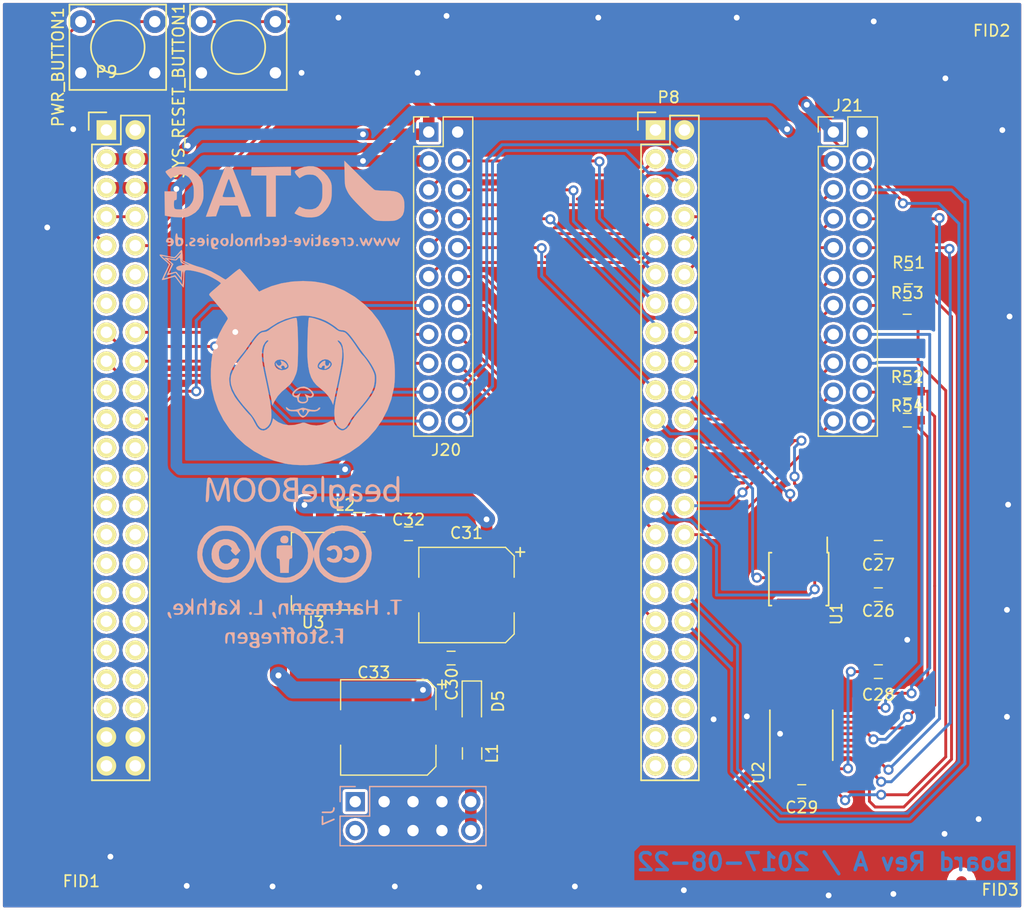
<source format=kicad_pcb>
(kicad_pcb (version 4) (host pcbnew 4.0.6)
  (layers (0 F.Cu signal) (31 B.Cu signal) (34 B.Paste user) (35 F.Paste user) (36 B.SilkS user) (37 F.SilkS user) (38 B.Mask user) (39 F.Mask user) (44 Edge.Cuts user))
  (net 0 "")
  (net 1 "Net-(P8-Pad14)")
  (net 2 "Net-(P8-Pad17)")
  (net 3 "Net-(P8-Pad31)")
  (net 4 "Net-(P8-Pad32)")
  (net 5 "Net-(P8-Pad33)")
  (net 6 "Net-(P8-Pad37)")
  (net 7 "Net-(P8-Pad38)")
  (net 8 "Net-(P8-Pad39)")
  (net 9 "Net-(P8-Pad40)")
  (net 10 "Net-(P8-Pad41)")
  (net 11 "Net-(P8-Pad42)")
  (net 12 "Net-(P8-Pad43)")
  (net 13 "Net-(P8-Pad44)")
  (net 14 "Net-(P8-Pad45)")
  (net 15 "Net-(P8-Pad46)")
  (net 16 "Net-(P9-Pad11)")
  (net 17 "Net-(P9-Pad12)")
  (net 18 "Net-(P9-Pad13)")
  (net 19 "Net-(P9-Pad14)")
  (net 20 "Net-(P9-Pad19)")
  (net 21 "Net-(P9-Pad20)")
  (net 22 "Net-(P9-Pad21)")
  (net 23 "Net-(P9-Pad23)")
  (net 24 "Net-(P9-Pad24)")
  (net 25 "Net-(P9-Pad25)")
  (net 26 "Net-(P9-Pad26)")
  (net 27 "Net-(P9-Pad27)")
  (net 28 "Net-(P9-Pad28)")
  (net 29 "Net-(P9-Pad29)")
  (net 30 "Net-(P9-Pad30)")
  (net 31 "Net-(P9-Pad31)")
  (net 32 "Net-(P9-Pad33)")
  (net 33 "Net-(P9-Pad35)")
  (net 34 "Net-(P9-Pad36)")
  (net 35 "Net-(P9-Pad37)")
  (net 36 "Net-(P9-Pad38)")
  (net 37 "Net-(P9-Pad39)")
  (net 38 "Net-(P9-Pad40)")
  (net 39 "Net-(P9-Pad41)")
  (net 40 "Net-(P9-Pad42)")
  (net 41 +3V3)
  (net 42 +5V)
  (net 43 SYS_5V)
  (net 44 PWR_BUT)
  (net 45 SYS_RESETN)
  (net 46 GND)
  (net 47 +12V)
  (net 48 "Net-(D5-Pad2)")
  (net 49 "Net-(J7-Pad1)")
  (net 50 "Net-(J7-Pad2)")
  (net 51 "Net-(J7-Pad10)")
  (net 52 /CV_CS)
  (net 53 /CV_MOSI)
  (net 54 /CV_MISO)
  (net 55 /CV_CLK)
  (net 56 "Net-(U1-Pad6)")
  (net 57 "Net-(U1-Pad9)")
  (net 58 /CV-GATE/NSYNC)
  (net 59 /CV-GATE/SCLK)
  (net 60 /CV-GATE/SDI)
  (net 61 /CV-GATE/SDO)
  (net 62 "Net-(C28-Pad1)")
  (net 63 "Net-(C32-Pad1)")
  (net 64 "Net-(P9-Pad32)")
  (net 65 "Net-(P9-Pad34)")
  (net 66 "Net-(R51-Pad2)")
  (net 67 "Net-(R52-Pad2)")
  (net 68 "Net-(R53-Pad2)")
  (net 69 "Net-(R54-Pad2)")
  (net 70 /IO4)
  (net 71 /IO0)
  (net 72 /IO5)
  (net 73 /IO1)
  (net 74 /IO6)
  (net 75 /IO2)
  (net 76 /IO7)
  (net 77 /IO3)
  (net 78 /IO8)
  (net 79 /Main_LCD_CLK)
  (net 80 /IO9)
  (net 81 /Main_LCD_MOSI)
  (net 82 /IO10)
  (net 83 /Main_LCD_CS)
  (net 84 /IO11)
  (net 85 /Main_LCD_RESET)
  (net 86 /IO12)
  (net 87 /Main_LCD_D/C)
  (net 88 /IO13)
  (net 89 /IO23)
  (net 90 /IO14)
  (net 91 /IO24)
  (net 92 /IO15)
  (net 93 /adcin0)
  (net 94 /IO16)
  (net 95 /adcin1)
  (net 96 /IO17)
  (net 97 /adcin2)
  (net 98 /IO18)
  (net 99 /adcin3)
  (net 100 /IO19)
  (net 101 /adcin4)
  (net 102 /IO20)
  (net 103 /adcin5)
  (net 104 /IO21)
  (net 105 /adcin6)
  (net 106 /IO22)
  (net 107 /adcin7)
  (module Socket_BeagleBone_Black:Socket_BeagleBone_Black (layer F.Cu) (at 214.2781 43.4064)
    (fp_text reference P8 (at 1.152 -2.868) (layer F.SilkS))
    (fp_text value BeagleBone_Black_Header)
    (pad 1 thru_hole rect (at 0 0) (size 1.7272 1.7272) (drill 1.016) (layers *.Cu *.Mask F.SilkS) (net 46 GND))
    (pad 2 thru_hole oval (at 2.54 0) (size 1.7272 1.7272) (drill 1.016) (layers *.Cu *.Mask F.SilkS) (net 46 GND))
    (pad 3 thru_hole oval (at 0 2.54) (size 1.7272 1.7272) (drill 1.016) (layers *.Cu *.Mask F.SilkS) (net 71 /IO0))
    (pad 4 thru_hole oval (at 2.54 2.54) (size 1.7272 1.7272) (drill 1.016) (layers *.Cu *.Mask F.SilkS) (net 86 /IO12))
    (pad 5 thru_hole oval (at 0 5.08) (size 1.7272 1.7272) (drill 1.016) (layers *.Cu *.Mask F.SilkS) (net 73 /IO1))
    (pad 6 thru_hole oval (at 2.54 5.08) (size 1.7272 1.7272) (drill 1.016) (layers *.Cu *.Mask F.SilkS) (net 88 /IO13))
    (pad 7 thru_hole oval (at 0 7.62) (size 1.7272 1.7272) (drill 1.016) (layers *.Cu *.Mask F.SilkS) (net 75 /IO2))
    (pad 8 thru_hole oval (at 2.54 7.62) (size 1.7272 1.7272) (drill 1.016) (layers *.Cu *.Mask F.SilkS) (net 90 /IO14))
    (pad 9 thru_hole oval (at 0 10.16) (size 1.7272 1.7272) (drill 1.016) (layers *.Cu *.Mask F.SilkS) (net 77 /IO3))
    (pad 10 thru_hole oval (at 2.54 10.16) (size 1.7272 1.7272) (drill 1.016) (layers *.Cu *.Mask F.SilkS) (net 92 /IO15))
    (pad 11 thru_hole oval (at 0 12.7) (size 1.7272 1.7272) (drill 1.016) (layers *.Cu *.Mask F.SilkS) (net 70 /IO4))
    (pad 12 thru_hole oval (at 2.54 12.7) (size 1.7272 1.7272) (drill 1.016) (layers *.Cu *.Mask F.SilkS) (net 94 /IO16))
    (pad 13 thru_hole oval (at 0 15.24) (size 1.7272 1.7272) (drill 1.016) (layers *.Cu *.Mask F.SilkS) (net 72 /IO5))
    (pad 14 thru_hole oval (at 2.54 15.24) (size 1.7272 1.7272) (drill 1.016) (layers *.Cu *.Mask F.SilkS) (net 1 "Net-(P8-Pad14)"))
    (pad 15 thru_hole oval (at 0 17.78) (size 1.7272 1.7272) (drill 1.016) (layers *.Cu *.Mask F.SilkS) (net 74 /IO6))
    (pad 16 thru_hole oval (at 2.54 17.78) (size 1.7272 1.7272) (drill 1.016) (layers *.Cu *.Mask F.SilkS) (net 96 /IO17))
    (pad 17 thru_hole oval (at 0 20.32) (size 1.7272 1.7272) (drill 1.016) (layers *.Cu *.Mask F.SilkS) (net 2 "Net-(P8-Pad17)"))
    (pad 18 thru_hole oval (at 2.54 20.32) (size 1.7272 1.7272) (drill 1.016) (layers *.Cu *.Mask F.SilkS) (net 98 /IO18))
    (pad 19 thru_hole oval (at 0 22.86) (size 1.7272 1.7272) (drill 1.016) (layers *.Cu *.Mask F.SilkS) (net 76 /IO7))
    (pad 20 thru_hole oval (at 2.54 22.86) (size 1.7272 1.7272) (drill 1.016) (layers *.Cu *.Mask F.SilkS) (net 52 /CV_CS))
    (pad 21 thru_hole oval (at 0 25.4) (size 1.7272 1.7272) (drill 1.016) (layers *.Cu *.Mask F.SilkS) (net 53 /CV_MOSI))
    (pad 22 thru_hole oval (at 2.54 25.4) (size 1.7272 1.7272) (drill 1.016) (layers *.Cu *.Mask F.SilkS) (net 100 /IO19))
    (pad 23 thru_hole oval (at 0 27.94) (size 1.7272 1.7272) (drill 1.016) (layers *.Cu *.Mask F.SilkS) (net 78 /IO8))
    (pad 24 thru_hole oval (at 2.54 27.94) (size 1.7272 1.7272) (drill 1.016) (layers *.Cu *.Mask F.SilkS) (net 102 /IO20))
    (pad 25 thru_hole oval (at 0 30.48) (size 1.7272 1.7272) (drill 1.016) (layers *.Cu *.Mask F.SilkS) (net 80 /IO9))
    (pad 26 thru_hole oval (at 2.54 30.48) (size 1.7272 1.7272) (drill 1.016) (layers *.Cu *.Mask F.SilkS) (net 104 /IO21))
    (pad 27 thru_hole oval (at 0 33.02) (size 1.7272 1.7272) (drill 1.016) (layers *.Cu *.Mask F.SilkS) (net 54 /CV_MISO))
    (pad 28 thru_hole oval (at 2.54 33.02) (size 1.7272 1.7272) (drill 1.016) (layers *.Cu *.Mask F.SilkS) (net 55 /CV_CLK))
    (pad 29 thru_hole oval (at 0 35.56) (size 1.7272 1.7272) (drill 1.016) (layers *.Cu *.Mask F.SilkS) (net 82 /IO10))
    (pad 30 thru_hole oval (at 2.54 35.56) (size 1.7272 1.7272) (drill 1.016) (layers *.Cu *.Mask F.SilkS) (net 106 /IO22))
    (pad 31 thru_hole oval (at 0 38.1) (size 1.7272 1.7272) (drill 1.016) (layers *.Cu *.Mask F.SilkS) (net 3 "Net-(P8-Pad31)"))
    (pad 32 thru_hole oval (at 2.54 38.1) (size 1.7272 1.7272) (drill 1.016) (layers *.Cu *.Mask F.SilkS) (net 4 "Net-(P8-Pad32)"))
    (pad 33 thru_hole oval (at 0 40.64) (size 1.7272 1.7272) (drill 1.016) (layers *.Cu *.Mask F.SilkS) (net 5 "Net-(P8-Pad33)"))
    (pad 34 thru_hole oval (at 2.54 40.64) (size 1.7272 1.7272) (drill 1.016) (layers *.Cu *.Mask F.SilkS) (net 89 /IO23))
    (pad 35 thru_hole oval (at 0 43.18) (size 1.7272 1.7272) (drill 1.016) (layers *.Cu *.Mask F.SilkS) (net 84 /IO11))
    (pad 36 thru_hole oval (at 2.54 43.18) (size 1.7272 1.7272) (drill 1.016) (layers *.Cu *.Mask F.SilkS) (net 91 /IO24))
    (pad 37 thru_hole oval (at 0 45.72) (size 1.7272 1.7272) (drill 1.016) (layers *.Cu *.Mask F.SilkS) (net 6 "Net-(P8-Pad37)"))
    (pad 38 thru_hole oval (at 2.54 45.72) (size 1.7272 1.7272) (drill 1.016) (layers *.Cu *.Mask F.SilkS) (net 7 "Net-(P8-Pad38)"))
    (pad 39 thru_hole oval (at 0 48.26) (size 1.7272 1.7272) (drill 1.016) (layers *.Cu *.Mask F.SilkS) (net 8 "Net-(P8-Pad39)"))
    (pad 40 thru_hole oval (at 2.54 48.26) (size 1.7272 1.7272) (drill 1.016) (layers *.Cu *.Mask F.SilkS) (net 9 "Net-(P8-Pad40)"))
    (pad 41 thru_hole oval (at 0 50.8) (size 1.7272 1.7272) (drill 1.016) (layers *.Cu *.Mask F.SilkS) (net 10 "Net-(P8-Pad41)"))
    (pad 42 thru_hole oval (at 2.54 50.8) (size 1.7272 1.7272) (drill 1.016) (layers *.Cu *.Mask F.SilkS) (net 11 "Net-(P8-Pad42)"))
    (pad 43 thru_hole oval (at 0 53.34) (size 1.7272 1.7272) (drill 1.016) (layers *.Cu *.Mask F.SilkS) (net 12 "Net-(P8-Pad43)"))
    (pad 44 thru_hole oval (at 2.54 53.34) (size 1.7272 1.7272) (drill 1.016) (layers *.Cu *.Mask F.SilkS) (net 13 "Net-(P8-Pad44)"))
    (pad 45 thru_hole oval (at 0 55.88) (size 1.7272 1.7272) (drill 1.016) (layers *.Cu *.Mask F.SilkS) (net 14 "Net-(P8-Pad45)"))
    (pad 46 thru_hole oval (at 2.54 55.88) (size 1.7272 1.7272) (drill 1.016) (layers *.Cu *.Mask F.SilkS) (net 15 "Net-(P8-Pad46)"))
  )
  (module Socket_BeagleBone_Black:Socket_BeagleBone_Black (layer F.Cu) (at 166.0181 43.4064)
    (fp_text reference P9 (at 0 -5.1) (layer F.SilkS))
    (fp_text value BeagleBone_Black_Header)
    (pad 1 thru_hole rect (at 0 0) (size 1.7272 1.7272) (drill 1.016) (layers *.Cu *.Mask F.SilkS) (net 46 GND))
    (pad 2 thru_hole oval (at 2.54 0) (size 1.7272 1.7272) (drill 1.016) (layers *.Cu *.Mask F.SilkS) (net 46 GND))
    (pad 3 thru_hole oval (at 0 2.54) (size 1.7272 1.7272) (drill 1.016) (layers *.Cu *.Mask F.SilkS) (net 41 +3V3))
    (pad 4 thru_hole oval (at 2.54 2.54) (size 1.7272 1.7272) (drill 1.016) (layers *.Cu *.Mask F.SilkS) (net 41 +3V3))
    (pad 5 thru_hole oval (at 0 5.08) (size 1.7272 1.7272) (drill 1.016) (layers *.Cu *.Mask F.SilkS) (net 42 +5V))
    (pad 6 thru_hole oval (at 2.54 5.08) (size 1.7272 1.7272) (drill 1.016) (layers *.Cu *.Mask F.SilkS) (net 42 +5V))
    (pad 7 thru_hole oval (at 0 7.62) (size 1.7272 1.7272) (drill 1.016) (layers *.Cu *.Mask F.SilkS) (net 43 SYS_5V))
    (pad 8 thru_hole oval (at 2.54 7.62) (size 1.7272 1.7272) (drill 1.016) (layers *.Cu *.Mask F.SilkS) (net 43 SYS_5V))
    (pad 9 thru_hole oval (at 0 10.16) (size 1.7272 1.7272) (drill 1.016) (layers *.Cu *.Mask F.SilkS) (net 44 PWR_BUT))
    (pad 10 thru_hole oval (at 2.54 10.16) (size 1.7272 1.7272) (drill 1.016) (layers *.Cu *.Mask F.SilkS) (net 45 SYS_RESETN))
    (pad 11 thru_hole oval (at 0 12.7) (size 1.7272 1.7272) (drill 1.016) (layers *.Cu *.Mask F.SilkS) (net 16 "Net-(P9-Pad11)"))
    (pad 12 thru_hole oval (at 2.54 12.7) (size 1.7272 1.7272) (drill 1.016) (layers *.Cu *.Mask F.SilkS) (net 17 "Net-(P9-Pad12)"))
    (pad 13 thru_hole oval (at 0 15.24) (size 1.7272 1.7272) (drill 1.016) (layers *.Cu *.Mask F.SilkS) (net 18 "Net-(P9-Pad13)"))
    (pad 14 thru_hole oval (at 2.54 15.24) (size 1.7272 1.7272) (drill 1.016) (layers *.Cu *.Mask F.SilkS) (net 19 "Net-(P9-Pad14)"))
    (pad 15 thru_hole oval (at 0 17.78) (size 1.7272 1.7272) (drill 1.016) (layers *.Cu *.Mask F.SilkS) (net 87 /Main_LCD_D/C))
    (pad 16 thru_hole oval (at 2.54 17.78) (size 1.7272 1.7272) (drill 1.016) (layers *.Cu *.Mask F.SilkS) (net 85 /Main_LCD_RESET))
    (pad 17 thru_hole oval (at 0 20.32) (size 1.7272 1.7272) (drill 1.016) (layers *.Cu *.Mask F.SilkS) (net 83 /Main_LCD_CS))
    (pad 18 thru_hole oval (at 2.54 20.32) (size 1.7272 1.7272) (drill 1.016) (layers *.Cu *.Mask F.SilkS) (net 81 /Main_LCD_MOSI))
    (pad 19 thru_hole oval (at 0 22.86) (size 1.7272 1.7272) (drill 1.016) (layers *.Cu *.Mask F.SilkS) (net 20 "Net-(P9-Pad19)"))
    (pad 20 thru_hole oval (at 2.54 22.86) (size 1.7272 1.7272) (drill 1.016) (layers *.Cu *.Mask F.SilkS) (net 21 "Net-(P9-Pad20)"))
    (pad 21 thru_hole oval (at 0 25.4) (size 1.7272 1.7272) (drill 1.016) (layers *.Cu *.Mask F.SilkS) (net 22 "Net-(P9-Pad21)"))
    (pad 22 thru_hole oval (at 2.54 25.4) (size 1.7272 1.7272) (drill 1.016) (layers *.Cu *.Mask F.SilkS) (net 79 /Main_LCD_CLK))
    (pad 23 thru_hole oval (at 0 27.94) (size 1.7272 1.7272) (drill 1.016) (layers *.Cu *.Mask F.SilkS) (net 23 "Net-(P9-Pad23)"))
    (pad 24 thru_hole oval (at 2.54 27.94) (size 1.7272 1.7272) (drill 1.016) (layers *.Cu *.Mask F.SilkS) (net 24 "Net-(P9-Pad24)"))
    (pad 25 thru_hole oval (at 0 30.48) (size 1.7272 1.7272) (drill 1.016) (layers *.Cu *.Mask F.SilkS) (net 25 "Net-(P9-Pad25)"))
    (pad 26 thru_hole oval (at 2.54 30.48) (size 1.7272 1.7272) (drill 1.016) (layers *.Cu *.Mask F.SilkS) (net 26 "Net-(P9-Pad26)"))
    (pad 27 thru_hole oval (at 0 33.02) (size 1.7272 1.7272) (drill 1.016) (layers *.Cu *.Mask F.SilkS) (net 27 "Net-(P9-Pad27)"))
    (pad 28 thru_hole oval (at 2.54 33.02) (size 1.7272 1.7272) (drill 1.016) (layers *.Cu *.Mask F.SilkS) (net 28 "Net-(P9-Pad28)"))
    (pad 29 thru_hole oval (at 0 35.56) (size 1.7272 1.7272) (drill 1.016) (layers *.Cu *.Mask F.SilkS) (net 29 "Net-(P9-Pad29)"))
    (pad 30 thru_hole oval (at 2.54 35.56) (size 1.7272 1.7272) (drill 1.016) (layers *.Cu *.Mask F.SilkS) (net 30 "Net-(P9-Pad30)"))
    (pad 31 thru_hole oval (at 0 38.1) (size 1.7272 1.7272) (drill 1.016) (layers *.Cu *.Mask F.SilkS) (net 31 "Net-(P9-Pad31)"))
    (pad 32 thru_hole oval (at 2.54 38.1) (size 1.7272 1.7272) (drill 1.016) (layers *.Cu *.Mask F.SilkS) (net 64 "Net-(P9-Pad32)"))
    (pad 33 thru_hole oval (at 0 40.64) (size 1.7272 1.7272) (drill 1.016) (layers *.Cu *.Mask F.SilkS) (net 32 "Net-(P9-Pad33)"))
    (pad 34 thru_hole oval (at 2.54 40.64) (size 1.7272 1.7272) (drill 1.016) (layers *.Cu *.Mask F.SilkS) (net 65 "Net-(P9-Pad34)"))
    (pad 35 thru_hole oval (at 0 43.18) (size 1.7272 1.7272) (drill 1.016) (layers *.Cu *.Mask F.SilkS) (net 33 "Net-(P9-Pad35)"))
    (pad 36 thru_hole oval (at 2.54 43.18) (size 1.7272 1.7272) (drill 1.016) (layers *.Cu *.Mask F.SilkS) (net 34 "Net-(P9-Pad36)"))
    (pad 37 thru_hole oval (at 0 45.72) (size 1.7272 1.7272) (drill 1.016) (layers *.Cu *.Mask F.SilkS) (net 35 "Net-(P9-Pad37)"))
    (pad 38 thru_hole oval (at 2.54 45.72) (size 1.7272 1.7272) (drill 1.016) (layers *.Cu *.Mask F.SilkS) (net 36 "Net-(P9-Pad38)"))
    (pad 39 thru_hole oval (at 0 48.26) (size 1.7272 1.7272) (drill 1.016) (layers *.Cu *.Mask F.SilkS) (net 37 "Net-(P9-Pad39)"))
    (pad 40 thru_hole oval (at 2.54 48.26) (size 1.7272 1.7272) (drill 1.016) (layers *.Cu *.Mask F.SilkS) (net 38 "Net-(P9-Pad40)"))
    (pad 41 thru_hole oval (at 0 50.8) (size 1.7272 1.7272) (drill 1.016) (layers *.Cu *.Mask F.SilkS) (net 39 "Net-(P9-Pad41)"))
    (pad 42 thru_hole oval (at 2.54 50.8) (size 1.7272 1.7272) (drill 1.016) (layers *.Cu *.Mask F.SilkS) (net 40 "Net-(P9-Pad42)"))
    (pad 43 thru_hole oval (at 0 53.34) (size 1.7272 1.7272) (drill 1.016) (layers *.Cu *.Mask F.SilkS) (net 46 GND))
    (pad 44 thru_hole oval (at 2.54 53.34) (size 1.7272 1.7272) (drill 1.016) (layers *.Cu *.Mask F.SilkS) (net 46 GND))
    (pad 45 thru_hole oval (at 0 55.88) (size 1.7272 1.7272) (drill 1.016) (layers *.Cu *.Mask F.SilkS) (net 46 GND))
    (pad 46 thru_hole oval (at 2.54 55.88) (size 1.7272 1.7272) (drill 1.016) (layers *.Cu *.Mask F.SilkS) (net 46 GND))
  )
  (module Capacitors_SMD:C_0603_HandSoldering (layer F.Cu) (at 233.8601 84.247105)
    (fp_text reference C26 (at 0 1.423295) (layer F.SilkS))
    (fp_text value 100nF)
    (pad 1 smd rect (at -0.95 0) (size 1.2 0.75) (layers F.Cu F.Paste F.Mask) (net 42 +5V))
    (pad 2 smd rect (at 0.95 0) (size 1.2 0.75) (layers F.Cu F.Paste F.Mask) (net 46 GND))
  )
  (module Capacitors_SMD:C_0603_HandSoldering (layer F.Cu) (at 233.8601 80.0824)
    (fp_text reference C27 (at 0 1.524 180) (layer F.SilkS))
    (fp_text value 100nF)
    (pad 1 smd rect (at -0.95 0) (size 1.2 0.75) (layers F.Cu F.Paste F.Mask) (net 41 +3V3))
    (pad 2 smd rect (at 0.95 0) (size 1.2 0.75) (layers F.Cu F.Paste F.Mask) (net 46 GND))
  )
  (module Capacitors_SMD:C_0603_HandSoldering (layer F.Cu) (at 233.8601 91.004398)
    (fp_text reference C28 (at 0 2.032) (layer F.SilkS))
    (fp_text value 100nF)
    (pad 1 smd rect (at -0.95 0) (size 1.2 0.75) (layers F.Cu F.Paste F.Mask) (net 62 "Net-(C28-Pad1)"))
    (pad 2 smd rect (at 0.95 0) (size 1.2 0.75) (layers F.Cu F.Paste F.Mask) (net 46 GND))
  )
  (module Capacitors_SMD:C_0603_HandSoldering (layer F.Cu) (at 227.1291 101.5454 180)
    (fp_text reference C29 (at 0 -1.397 180) (layer F.SilkS))
    (fp_text value 100nF)
    (pad 1 smd rect (at -0.95 0 180) (size 1.2 0.75) (layers F.Cu F.Paste F.Mask) (net 46 GND))
    (pad 2 smd rect (at 0.95 0 180) (size 1.2 0.75) (layers F.Cu F.Paste F.Mask) (net 42 +5V))
  )
  (module Capacitors_SMD:C_0603_HandSoldering (layer F.Cu) (at 196.3141 89.8144 180)
    (fp_text reference C30 (at -0.066 -2.286 270) (layer F.SilkS))
    (fp_text value 100nF)
    (pad 1 smd rect (at -0.95 0 180) (size 1.2 0.75) (layers F.Cu F.Paste F.Mask) (net 47 +12V))
    (pad 2 smd rect (at 0.95 0 180) (size 1.2 0.75) (layers F.Cu F.Paste F.Mask) (net 46 GND))
  )
  (module Capacitors_SMD:CP_Elec_8x5.4 (layer F.Cu) (at 197.6651 84.2734 180)
    (fp_text reference C31 (at 0 5.45 180) (layer F.SilkS))
    (fp_text value 47uF)
    (fp_text user + (at -4.72 3.85 180) (layer F.SilkS))
    (pad 1 smd rect (at -3.05 0) (size 4 2.5) (layers F.Cu F.Paste F.Mask) (net 47 +12V))
    (pad 2 smd rect (at 3.05 0) (size 4 2.5) (layers F.Cu F.Paste F.Mask) (net 46 GND))
  )
  (module Capacitors_SMD:C_0603_HandSoldering (layer F.Cu) (at 192.5701 78.8924)
    (fp_text reference C32 (at 0 -1.25) (layer F.SilkS))
    (fp_text value 100nF)
    (pad 1 smd rect (at -0.95 0) (size 1.2 0.75) (layers F.Cu F.Paste F.Mask) (net 63 "Net-(C32-Pad1)"))
    (pad 2 smd rect (at 0.95 0) (size 1.2 0.75) (layers F.Cu F.Paste F.Mask) (net 46 GND))
  )
  (module Capacitors_SMD:CP_Elec_8x5.4 (layer F.Cu) (at 190.7921 95.9104 180)
    (fp_text reference C33 (at 1.27 4.826 180) (layer F.SilkS))
    (fp_text value 47uF)
    (fp_text user + (at -4.72 3.85 180) (layer F.SilkS))
    (pad 1 smd rect (at -3.05 0) (size 4 2.5) (layers F.Cu F.Paste F.Mask) (net 63 "Net-(C32-Pad1)"))
    (pad 2 smd rect (at 3.05 0) (size 4 2.5) (layers F.Cu F.Paste F.Mask) (net 46 GND))
  )
  (module Diodes_SMD:D_SOD-323_HandSoldering (layer F.Cu) (at 198.1341 93.7304 270)
    (fp_text reference D5 (at -0.106 -2.31 270) (layer F.SilkS))
    (fp_text value D_Schottky)
    (pad 1 smd rect (at -1.25 0 270) (size 1 1) (layers F.Cu F.Paste F.Mask) (net 47 +12V))
    (pad 2 smd rect (at 1.25 0 270) (size 1 1) (layers F.Cu F.Paste F.Mask) (net 48 "Net-(D5-Pad2)"))
  )
  (module Pin_Headers:Pin_Header_Straight_2x05_Pitch2.54mm (layer B.Cu) (at 187.8861 102.4344 270)
    (fp_text reference J7 (at 1.27 2.33 270) (layer B.SilkS) (effects (justify mirror)))
    (fp_text value PWR)
    (pad 1 thru_hole rect (at 0 0 270) (size 1.7 1.7) (drill 1) (layers *.Cu *.Mask) (net 49 "Net-(J7-Pad1)"))
    (pad 2 thru_hole oval (at 2.54 0 270) (size 1.7 1.7) (drill 1) (layers *.Cu *.Mask) (net 50 "Net-(J7-Pad2)"))
    (pad 3 thru_hole oval (at 0 -2.54 270) (size 1.7 1.7) (drill 1) (layers *.Cu *.Mask) (net 46 GND))
    (pad 4 thru_hole oval (at 2.54 -2.54 270) (size 1.7 1.7) (drill 1) (layers *.Cu *.Mask) (net 46 GND))
    (pad 5 thru_hole oval (at 0 -5.08 270) (size 1.7 1.7) (drill 1) (layers *.Cu *.Mask) (net 46 GND))
    (pad 6 thru_hole oval (at 2.54 -5.08 270) (size 1.7 1.7) (drill 1) (layers *.Cu *.Mask) (net 46 GND))
    (pad 7 thru_hole oval (at 0 -7.62 270) (size 1.7 1.7) (drill 1) (layers *.Cu *.Mask) (net 46 GND))
    (pad 8 thru_hole oval (at 2.54 -7.62 270) (size 1.7 1.7) (drill 1) (layers *.Cu *.Mask) (net 46 GND))
    (pad 9 thru_hole oval (at 0 -10.16 270) (size 1.7 1.7) (drill 1) (layers *.Cu *.Mask) (net 51 "Net-(J7-Pad10)"))
    (pad 10 thru_hole oval (at 2.54 -10.16 270) (size 1.7 1.7) (drill 1) (layers *.Cu *.Mask) (net 51 "Net-(J7-Pad10)"))
  )
  (module Capacitors_SMD:C_0805_HandSoldering (layer F.Cu) (at 198.1581 98.1964 270)
    (fp_text reference L1 (at 0 -1.75 270) (layer F.SilkS))
    (fp_text value 600R)
    (pad 1 smd rect (at -1.25 0 270) (size 1.5 1.25) (layers F.Cu F.Paste F.Mask) (net 48 "Net-(D5-Pad2)"))
    (pad 2 smd rect (at 1.25 0 270) (size 1.5 1.25) (layers F.Cu F.Paste F.Mask) (net 51 "Net-(J7-Pad10)"))
  )
  (module Capacitors_SMD:C_0805_HandSoldering (layer F.Cu) (at 188.2521 77.8764 180)
    (fp_text reference L2 (at 1.27 1.524 180) (layer F.SilkS))
    (fp_text value 600R)
    (pad 1 smd rect (at -1.25 0 180) (size 1.5 1.25) (layers F.Cu F.Paste F.Mask) (net 63 "Net-(C32-Pad1)"))
    (pad 2 smd rect (at 1.25 0 180) (size 1.5 1.25) (layers F.Cu F.Paste F.Mask) (net 42 +5V))
  )
  (module switches:TL1105 (layer F.Cu) (at 163.7701 38.3824 90)
    (fp_text reference PWR_BUTTON1 (at 0.5 -2 90) (layer F.SilkS))
    (fp_text value SW_DIP_x02)
    (pad 1 thru_hole circle (at 0 0 90) (size 2 2) (drill 1) (layers *.Cu *.Mask) (net 46 GND))
    (pad 2 thru_hole circle (at 0 6.5 90) (size 2 2) (drill 1) (layers *.Cu *.Mask) (net 46 GND))
    (pad 3 thru_hole circle (at 4.5 0 90) (size 2 2) (drill 1) (layers *.Cu *.Mask) (net 44 PWR_BUT))
    (pad 4 thru_hole circle (at 4.5 6.5 90) (size 2 2) (drill 1) (layers *.Cu *.Mask) (net 44 PWR_BUT))
  )
  (module Capacitors_SMD:C_0603_HandSoldering (layer F.Cu) (at 236.49791 56.3334)
    (fp_text reference R51 (at 0.02919 -1.27) (layer F.SilkS))
    (fp_text value 210R)
    (pad 1 smd rect (at -0.95 0) (size 1.2 0.75) (layers F.Cu F.Paste F.Mask) (net 97 /adcin2))
    (pad 2 smd rect (at 0.95 0) (size 1.2 0.75) (layers F.Cu F.Paste F.Mask) (net 66 "Net-(R51-Pad2)"))
  )
  (module Capacitors_SMD:C_0603_HandSoldering (layer F.Cu) (at 236.4001 66.3664)
    (fp_text reference R52 (at 0 -1.25) (layer F.SilkS))
    (fp_text value 210R)
    (pad 1 smd rect (at -0.95 0) (size 1.2 0.75) (layers F.Cu F.Paste F.Mask) (net 105 /adcin6))
    (pad 2 smd rect (at 0.95 0) (size 1.2 0.75) (layers F.Cu F.Paste F.Mask) (net 67 "Net-(R52-Pad2)"))
  )
  (module Capacitors_SMD:C_0603_HandSoldering (layer F.Cu) (at 236.4001 59.0004)
    (fp_text reference R53 (at 0 -1.27) (layer F.SilkS))
    (fp_text value 210R)
    (pad 1 smd rect (at -0.95 0) (size 1.2 0.75) (layers F.Cu F.Paste F.Mask) (net 99 /adcin3))
    (pad 2 smd rect (at 0.95 0) (size 1.2 0.75) (layers F.Cu F.Paste F.Mask) (net 68 "Net-(R53-Pad2)"))
  )
  (module Capacitors_SMD:C_0603_HandSoldering (layer F.Cu) (at 236.4001 68.9064)
    (fp_text reference R54 (at 0 -1.25) (layer F.SilkS))
    (fp_text value 210R)
    (pad 1 smd rect (at -0.95 0) (size 1.2 0.75) (layers F.Cu F.Paste F.Mask) (net 107 /adcin7))
    (pad 2 smd rect (at 0.95 0) (size 1.2 0.75) (layers F.Cu F.Paste F.Mask) (net 69 "Net-(R54-Pad2)"))
  )
  (module Housings_SSOP:TSSOP-14_4.4x5mm_Pitch0.65mm (layer F.Cu) (at 226.8691 82.8764 270)
    (fp_text reference U1 (at 3.048 -3.302 270) (layer F.SilkS))
    (fp_text value MAX3390E)
    (pad 1 smd rect (at -2.95 -1.95 270) (size 1.45 0.45) (layers F.Cu F.Paste F.Mask) (net 41 +3V3))
    (pad 2 smd rect (at -2.95 -1.3 270) (size 1.45 0.45) (layers F.Cu F.Paste F.Mask) (net 54 /CV_MISO))
    (pad 3 smd rect (at -2.95 -0.65 270) (size 1.45 0.45) (layers F.Cu F.Paste F.Mask) (net 53 /CV_MOSI))
    (pad 4 smd rect (at -2.95 0 270) (size 1.45 0.45) (layers F.Cu F.Paste F.Mask) (net 55 /CV_CLK))
    (pad 5 smd rect (at -2.95 0.65 270) (size 1.45 0.45) (layers F.Cu F.Paste F.Mask) (net 52 /CV_CS))
    (pad 6 smd rect (at -2.95 1.3 270) (size 1.45 0.45) (layers F.Cu F.Paste F.Mask) (net 56 "Net-(U1-Pad6)"))
    (pad 7 smd rect (at -2.95 1.95 270) (size 1.45 0.45) (layers F.Cu F.Paste F.Mask) (net 46 GND))
    (pad 8 smd rect (at 2.95 1.95 270) (size 1.45 0.45) (layers F.Cu F.Paste F.Mask) (net 42 +5V))
    (pad 9 smd rect (at 2.95 1.3 270) (size 1.45 0.45) (layers F.Cu F.Paste F.Mask) (net 57 "Net-(U1-Pad9)"))
    (pad 10 smd rect (at 2.95 0.65 270) (size 1.45 0.45) (layers F.Cu F.Paste F.Mask) (net 58 /CV-GATE/NSYNC))
    (pad 11 smd rect (at 2.95 0 270) (size 1.45 0.45) (layers F.Cu F.Paste F.Mask) (net 59 /CV-GATE/SCLK))
    (pad 12 smd rect (at 2.95 -0.65 270) (size 1.45 0.45) (layers F.Cu F.Paste F.Mask) (net 60 /CV-GATE/SDI))
    (pad 13 smd rect (at 2.95 -1.3 270) (size 1.45 0.45) (layers F.Cu F.Paste F.Mask) (net 61 /CV-GATE/SDO))
    (pad 14 smd rect (at 2.95 -1.95 270) (size 1.45 0.45) (layers F.Cu F.Paste F.Mask) (net 42 +5V))
  )
  (module Housings_SSOP:TSSOP-16_4.4x5mm_Pitch0.65mm (layer F.Cu) (at 227.1291 96.5924 90)
    (fp_text reference U2 (at -3.302 -3.81 90) (layer F.SilkS))
    (fp_text value AD5592R)
    (pad 1 smd rect (at -2.95 -2.275 90) (size 1.5 0.45) (layers F.Cu F.Paste F.Mask) (net 42 +5V))
    (pad 2 smd rect (at -2.95 -1.625 90) (size 1.5 0.45) (layers F.Cu F.Paste F.Mask) (net 58 /CV-GATE/NSYNC))
    (pad 3 smd rect (at -2.95 -0.975 90) (size 1.5 0.45) (layers F.Cu F.Paste F.Mask) (net 42 +5V))
    (pad 4 smd rect (at -2.95 -0.325 90) (size 1.5 0.45) (layers F.Cu F.Paste F.Mask) (net 93 /adcin0))
    (pad 5 smd rect (at -2.95 0.325 90) (size 1.5 0.45) (layers F.Cu F.Paste F.Mask) (net 95 /adcin1))
    (pad 6 smd rect (at -2.95 0.975 90) (size 1.5 0.45) (layers F.Cu F.Paste F.Mask) (net 66 "Net-(R51-Pad2)"))
    (pad 7 smd rect (at -2.95 1.625 90) (size 1.5 0.45) (layers F.Cu F.Paste F.Mask) (net 68 "Net-(R53-Pad2)"))
    (pad 8 smd rect (at -2.95 2.275 90) (size 1.5 0.45) (layers F.Cu F.Paste F.Mask) (net 62 "Net-(C28-Pad1)"))
    (pad 9 smd rect (at 2.95 2.275 90) (size 1.5 0.45) (layers F.Cu F.Paste F.Mask) (net 61 /CV-GATE/SDO))
    (pad 10 smd rect (at 2.95 1.625 90) (size 1.5 0.45) (layers F.Cu F.Paste F.Mask) (net 101 /adcin4))
    (pad 11 smd rect (at 2.95 0.975 90) (size 1.5 0.45) (layers F.Cu F.Paste F.Mask) (net 103 /adcin5))
    (pad 12 smd rect (at 2.95 0.325 90) (size 1.5 0.45) (layers F.Cu F.Paste F.Mask) (net 67 "Net-(R52-Pad2)"))
    (pad 13 smd rect (at 2.95 -0.325 90) (size 1.5 0.45) (layers F.Cu F.Paste F.Mask) (net 69 "Net-(R54-Pad2)"))
    (pad 14 smd rect (at 2.95 -0.975 90) (size 1.5 0.45) (layers F.Cu F.Paste F.Mask) (net 46 GND))
    (pad 15 smd rect (at 2.95 -1.625 90) (size 1.5 0.45) (layers F.Cu F.Paste F.Mask) (net 60 /CV-GATE/SDI))
    (pad 16 smd rect (at 2.95 -2.275 90) (size 1.5 0.45) (layers F.Cu F.Paste F.Mask) (net 59 /CV-GATE/SCLK))
  )
  (module TO_SOT_Packages_SMD:SOT-223 (layer F.Cu) (at 184.1881 82.1804 180)
    (fp_text reference U3 (at 0 -4.5 180) (layer F.SilkS))
    (fp_text value AP1117)
    (pad 4 smd rect (at 3.15 0 180) (size 2 3.8) (layers F.Cu F.Paste F.Mask) (net 63 "Net-(C32-Pad1)"))
    (pad 2 smd rect (at -3.15 0 180) (size 2 1.5) (layers F.Cu F.Paste F.Mask) (net 63 "Net-(C32-Pad1)"))
    (pad 3 smd rect (at -3.15 2.3 180) (size 2 1.5) (layers F.Cu F.Paste F.Mask) (net 47 +12V))
    (pad 1 smd rect (at -3.15 -2.3 180) (size 2 1.5) (layers F.Cu F.Paste F.Mask) (net 46 GND))
  )
  (module Pin_Headers:Pin_Header_Straight_2x11_Pitch2.54mm (layer F.Cu) (at 194.3481 43.5864)
    (fp_text reference J20 (at 1.524 27.94) (layer F.SilkS))
    (fp_text value "Main A")
    (pad 1 thru_hole rect (at 0 0) (size 1.7 1.7) (drill 1) (layers *.Cu *.Mask) (net 41 +3V3))
    (pad 2 thru_hole oval (at 2.54 0) (size 1.7 1.7) (drill 1) (layers *.Cu *.Mask) (net 46 GND))
    (pad 3 thru_hole oval (at 0 2.54) (size 1.7 1.7) (drill 1) (layers *.Cu *.Mask) (net 42 +5V))
    (pad 4 thru_hole oval (at 2.54 2.54) (size 1.7 1.7) (drill 1) (layers *.Cu *.Mask) (net 70 /IO4))
    (pad 5 thru_hole oval (at 0 5.08) (size 1.7 1.7) (drill 1) (layers *.Cu *.Mask) (net 71 /IO0))
    (pad 6 thru_hole oval (at 2.54 5.08) (size 1.7 1.7) (drill 1) (layers *.Cu *.Mask) (net 72 /IO5))
    (pad 7 thru_hole oval (at 0 7.62) (size 1.7 1.7) (drill 1) (layers *.Cu *.Mask) (net 73 /IO1))
    (pad 8 thru_hole oval (at 2.54 7.62) (size 1.7 1.7) (drill 1) (layers *.Cu *.Mask) (net 74 /IO6))
    (pad 9 thru_hole oval (at 0 10.16) (size 1.7 1.7) (drill 1) (layers *.Cu *.Mask) (net 75 /IO2))
    (pad 10 thru_hole oval (at 2.54 10.16) (size 1.7 1.7) (drill 1) (layers *.Cu *.Mask) (net 76 /IO7))
    (pad 11 thru_hole oval (at 0 12.7) (size 1.7 1.7) (drill 1) (layers *.Cu *.Mask) (net 77 /IO3))
    (pad 12 thru_hole oval (at 2.54 12.7) (size 1.7 1.7) (drill 1) (layers *.Cu *.Mask) (net 78 /IO8))
    (pad 13 thru_hole oval (at 0 15.24) (size 1.7 1.7) (drill 1) (layers *.Cu *.Mask) (net 79 /Main_LCD_CLK))
    (pad 14 thru_hole oval (at 2.54 15.24) (size 1.7 1.7) (drill 1) (layers *.Cu *.Mask) (net 80 /IO9))
    (pad 15 thru_hole oval (at 0 17.78) (size 1.7 1.7) (drill 1) (layers *.Cu *.Mask) (net 81 /Main_LCD_MOSI))
    (pad 16 thru_hole oval (at 2.54 17.78) (size 1.7 1.7) (drill 1) (layers *.Cu *.Mask) (net 82 /IO10))
    (pad 17 thru_hole oval (at 0 20.32) (size 1.7 1.7) (drill 1) (layers *.Cu *.Mask) (net 83 /Main_LCD_CS))
    (pad 18 thru_hole oval (at 2.54 20.32) (size 1.7 1.7) (drill 1) (layers *.Cu *.Mask) (net 84 /IO11))
    (pad 19 thru_hole oval (at 0 22.86) (size 1.7 1.7) (drill 1) (layers *.Cu *.Mask) (net 85 /Main_LCD_RESET))
    (pad 20 thru_hole oval (at 2.54 22.86) (size 1.7 1.7) (drill 1) (layers *.Cu *.Mask) (net 86 /IO12))
    (pad 21 thru_hole oval (at 0 25.4) (size 1.7 1.7) (drill 1) (layers *.Cu *.Mask) (net 87 /Main_LCD_D/C))
    (pad 22 thru_hole oval (at 2.54 25.4) (size 1.7 1.7) (drill 1) (layers *.Cu *.Mask) (net 88 /IO13))
  )
  (module Pin_Headers:Pin_Header_Straight_2x11_Pitch2.54mm (layer F.Cu) (at 229.9081 43.5864)
    (fp_text reference J21 (at 1.27 -2.33) (layer F.SilkS))
    (fp_text value "Main B")
    (pad 1 thru_hole rect (at 0 0) (size 1.7 1.7) (drill 1) (layers *.Cu *.Mask) (net 41 +3V3))
    (pad 2 thru_hole oval (at 2.54 0) (size 1.7 1.7) (drill 1) (layers *.Cu *.Mask) (net 46 GND))
    (pad 3 thru_hole oval (at 0 2.54) (size 1.7 1.7) (drill 1) (layers *.Cu *.Mask) (net 42 +5V))
    (pad 4 thru_hole oval (at 2.54 2.54) (size 1.7 1.7) (drill 1) (layers *.Cu *.Mask) (net 89 /IO23))
    (pad 5 thru_hole oval (at 0 5.08) (size 1.7 1.7) (drill 1) (layers *.Cu *.Mask) (net 90 /IO14))
    (pad 6 thru_hole oval (at 2.54 5.08) (size 1.7 1.7) (drill 1) (layers *.Cu *.Mask) (net 91 /IO24))
    (pad 7 thru_hole oval (at 0 7.62) (size 1.7 1.7) (drill 1) (layers *.Cu *.Mask) (net 92 /IO15))
    (pad 8 thru_hole oval (at 2.54 7.62) (size 1.7 1.7) (drill 1) (layers *.Cu *.Mask) (net 93 /adcin0))
    (pad 9 thru_hole oval (at 0 10.16) (size 1.7 1.7) (drill 1) (layers *.Cu *.Mask) (net 94 /IO16))
    (pad 10 thru_hole oval (at 2.54 10.16) (size 1.7 1.7) (drill 1) (layers *.Cu *.Mask) (net 95 /adcin1))
    (pad 11 thru_hole oval (at 0 12.7) (size 1.7 1.7) (drill 1) (layers *.Cu *.Mask) (net 96 /IO17))
    (pad 12 thru_hole oval (at 2.54 12.7) (size 1.7 1.7) (drill 1) (layers *.Cu *.Mask) (net 97 /adcin2))
    (pad 13 thru_hole oval (at 0 15.24) (size 1.7 1.7) (drill 1) (layers *.Cu *.Mask) (net 98 /IO18))
    (pad 14 thru_hole oval (at 2.54 15.24) (size 1.7 1.7) (drill 1) (layers *.Cu *.Mask) (net 99 /adcin3))
    (pad 15 thru_hole oval (at 0 17.78) (size 1.7 1.7) (drill 1) (layers *.Cu *.Mask) (net 100 /IO19))
    (pad 16 thru_hole oval (at 2.54 17.78) (size 1.7 1.7) (drill 1) (layers *.Cu *.Mask) (net 101 /adcin4))
    (pad 17 thru_hole oval (at 0 20.32) (size 1.7 1.7) (drill 1) (layers *.Cu *.Mask) (net 102 /IO20))
    (pad 18 thru_hole oval (at 2.54 20.32) (size 1.7 1.7) (drill 1) (layers *.Cu *.Mask) (net 103 /adcin5))
    (pad 19 thru_hole oval (at 0 22.86) (size 1.7 1.7) (drill 1) (layers *.Cu *.Mask) (net 104 /IO21))
    (pad 20 thru_hole oval (at 2.54 22.86) (size 1.7 1.7) (drill 1) (layers *.Cu *.Mask) (net 105 /adcin6))
    (pad 21 thru_hole oval (at 0 25.4) (size 1.7 1.7) (drill 1) (layers *.Cu *.Mask) (net 106 /IO22))
    (pad 22 thru_hole oval (at 2.54 25.4) (size 1.7 1.7) (drill 1) (layers *.Cu *.Mask) (net 107 /adcin7))
  )
  (module switches:TL1105 (layer F.Cu) (at 174.3701 38.3824 90)
    (fp_text reference SYS_RESET_BUTTON1 (at -1.6 -2 90) (layer F.SilkS))
    (fp_text value SW_DIP_x02)
    (pad 1 thru_hole circle (at 0 0 90) (size 2 2) (drill 1) (layers *.Cu *.Mask) (net 46 GND))
    (pad 2 thru_hole circle (at 0 6.5 90) (size 2 2) (drill 1) (layers *.Cu *.Mask) (net 46 GND))
    (pad 3 thru_hole circle (at 4.5 0 90) (size 2 2) (drill 1) (layers *.Cu *.Mask) (net 45 SYS_RESETN))
    (pad 4 thru_hole circle (at 4.5 6.5 90) (size 2 2) (drill 1) (layers *.Cu *.Mask) (net 45 SYS_RESETN))
  )
  (module Fiducials:Fiducial_1mm_Dia_2.54mm_Outer_CopperTop (layer F.Cu) (at 160.4201 108.7324)
    (fp_text reference FID1 (at 3.4 0.7) (layer F.SilkS))
    (fp_text value Fiducial)
    (pad ~ smd circle (at 0 0) (size 1 1) (layers F.Cu F.Mask) (clearance 0.77))
  )
  (module Fiducials:Fiducial_1mm_Dia_2.54mm_Outer_CopperTop (layer F.Cu) (at 240.4201 33.9824)
    (fp_text reference FID2 (at 3.4 0.7) (layer F.SilkS))
    (fp_text value Fiducial)
    (pad ~ smd circle (at 0 0) (size 1 1) (layers F.Cu F.Mask) (clearance 0.77))
  )
  (module Fiducials:Fiducial_1mm_Dia_2.54mm_Outer_CopperTop (layer F.Cu) (at 241.1701 109.4824)
    (fp_text reference FID3 (at 3.4 0.7) (layer F.SilkS))
    (fp_text value Fiducial)
    (pad ~ smd circle (at 0 0) (size 1 1) (layers F.Cu F.Mask) (clearance 0.77))
  )
  (module Logos:logo_all (layer B.Cu) (at 181.6701 68.2324 180)
    (fp_text reference G*** hide)
    (fp_text value LOGO hide)
  )
  (gr_text "Board Rev A / 2017-08-22" (at 229.1701 107.7324) (layer B.Cu) (effects (font (size 1.5 1.5) (thickness 0.3)) (justify mirror)))
  (gr_line (start 156.6701 111.9824) (end 156.6701 31.9824) (layer Edge.Cuts) (width 0.00254))
  (gr_line (start 246.6701 111.9824) (end 156.6701 111.9824) (layer Edge.Cuts) (width 0.00254))
  (gr_line (start 246.6701 31.9824) (end 246.6701 111.9824) (layer Edge.Cuts) (width 0.00254))
  (gr_line (start 241.6701 31.9824) (end 246.6701 31.9824) (layer Edge.Cuts) (width 0.00254))
  (gr_line (start 156.6701 31.9824) (end 241.6701 31.9824) (layer Edge.Cuts) (width 0.00254))
  (segment (start 228.8191 79.9264) (end 231.0661 79.9264) (width 0.254) (layer F.Cu) (net 41))
  (segment (start 231.0661 79.9264) (end 232.7541 79.9264) (width 0.254) (layer F.Cu) (net 41))
  (segment (start 229.9081 43.5864) (end 229.9081 44.304518) (width 0.254) (layer F.Cu) (net 41))
  (segment (start 229.9081 44.304518) (end 231.139101 45.535519) (width 0.254) (layer F.Cu) (net 41))
  (segment (start 231.139101 45.535519) (end 231.139101 79.853399) (width 0.254) (layer F.Cu) (net 41))
  (segment (start 231.139101 79.853399) (end 231.0661 79.9264) (width 0.254) (layer F.Cu) (net 41))
  (segment (start 232.7541 79.9264) (end 232.9101 80.0824) (width 0.254) (layer F.Cu) (net 41))
  (segment (start 227.5701 41.1824) (end 227.5701 41.2484) (width 1.016) (layer B.Cu) (net 41))
  (segment (start 227.5701 41.2484) (end 229.9081 43.5864) (width 1.016) (layer B.Cu) (net 41))
  (segment (start 194.3481 43.5864) (end 194.3481 41.7204) (width 1.016) (layer F.Cu) (net 41))
  (segment (start 194.3481 41.7204) (end 192.100091 39.472391) (width 1.016) (layer F.Cu) (net 41))
  (segment (start 192.100091 39.472391) (end 192.100091 37.856345) (width 1.016) (layer F.Cu) (net 41))
  (segment (start 192.100091 37.856345) (end 192.844045 37.112391) (width 1.016) (layer F.Cu) (net 41))
  (segment (start 192.844045 37.112391) (end 223.500091 37.112391) (width 1.016) (layer F.Cu) (net 41))
  (segment (start 223.500091 37.112391) (end 227.5701 41.1824) (width 1.016) (layer F.Cu) (net 41))
  (via (at 227.5701 41.1824) (size 0.889) (drill 0.508) (layers F.Cu B.Cu) (net 41))
  (segment (start 166.0181 45.9464) (end 168.5581 45.9464) (width 1.016) (layer F.Cu) (net 41))
  (segment (start 188.5701 43.7824) (end 194.1521 43.7824) (width 1.016) (layer F.Cu) (net 41))
  (segment (start 194.1521 43.7824) (end 194.3481 43.5864) (width 1.016) (layer F.Cu) (net 41))
  (segment (start 173.1701 44.7824) (end 174.1701 43.7824) (width 1.016) (layer B.Cu) (net 41))
  (segment (start 174.1701 43.7824) (end 188.5701 43.7824) (width 1.016) (layer B.Cu) (net 41))
  (via (at 188.5701 43.7824) (size 0.889) (drill 0.508) (layers F.Cu B.Cu) (net 41))
  (segment (start 168.5581 45.9464) (end 172.0061 45.9464) (width 1.016) (layer F.Cu) (net 41))
  (segment (start 172.0061 45.9464) (end 173.1701 44.7824) (width 1.016) (layer F.Cu) (net 41))
  (via (at 173.1701 44.7824) (size 0.889) (drill 0.508) (layers F.Cu B.Cu) (net 41))
  (segment (start 226.1791 101.5454) (end 226.1791 100.9164) (width 0.254) (layer F.Cu) (net 42))
  (segment (start 226.1791 100.9164) (end 226.033901 100.771201) (width 0.254) (layer F.Cu) (net 42))
  (segment (start 226.033901 100.771201) (end 226.033901 100.673401) (width 0.254) (layer F.Cu) (net 42))
  (segment (start 232.4251 85.8264) (end 232.9101 85.3414) (width 0.254) (layer F.Cu) (net 42))
  (segment (start 232.9101 85.3414) (end 232.9101 84.247105) (width 0.254) (layer F.Cu) (net 42))
  (segment (start 228.8191 85.8264) (end 232.4251 85.8264) (width 0.254) (layer F.Cu) (net 42))
  (segment (start 186.9971 73.2244) (end 187.441599 72.779901) (width 1.016) (layer F.Cu) (net 42))
  (segment (start 187.441599 72.779901) (end 196.723905 72.779901) (width 1.016) (layer F.Cu) (net 42))
  (segment (start 196.723905 72.779901) (end 209.2221 85.278096) (width 1.016) (layer F.Cu) (net 42))
  (segment (start 209.2221 102.1804) (end 220.467078 102.1804) (width 1.016) (layer F.Cu) (net 42))
  (segment (start 209.2221 85.278096) (end 209.2221 102.1804) (width 1.016) (layer F.Cu) (net 42))
  (segment (start 220.467078 102.1804) (end 223.740089 98.907389) (width 1.016) (layer F.Cu) (net 42))
  (segment (start 224.8541 99.5424) (end 224.3751 99.5424) (width 0.254) (layer F.Cu) (net 42))
  (segment (start 224.3751 99.5424) (end 223.740089 98.907389) (width 0.254) (layer F.Cu) (net 42))
  (segment (start 223.740089 98.907389) (end 223.740089 87.984411) (width 0.254) (layer F.Cu) (net 42))
  (segment (start 223.740089 87.984411) (end 224.9191 86.8054) (width 0.254) (layer F.Cu) (net 42))
  (segment (start 224.9191 86.8054) (end 224.9191 85.8264) (width 0.254) (layer F.Cu) (net 42))
  (segment (start 224.8541 99.5424) (end 224.8541 100.553202) (width 0.254) (layer F.Cu) (net 42))
  (segment (start 224.8541 100.553202) (end 224.974299 100.673401) (width 0.254) (layer F.Cu) (net 42))
  (segment (start 224.974299 100.673401) (end 226.033901 100.673401) (width 0.254) (layer F.Cu) (net 42))
  (segment (start 226.033901 100.673401) (end 226.1541 100.553202) (width 0.254) (layer F.Cu) (net 42))
  (segment (start 226.1541 100.553202) (end 226.1541 100.5464) (width 0.254) (layer F.Cu) (net 42))
  (segment (start 226.1541 100.5464) (end 226.1541 99.5424) (width 0.254) (layer F.Cu) (net 42))
  (segment (start 224.9191 85.8264) (end 224.9191 84.8474) (width 0.254) (layer F.Cu) (net 42))
  (segment (start 228.698901 84.720399) (end 228.8191 84.840598) (width 0.254) (layer F.Cu) (net 42))
  (segment (start 224.9191 84.8474) (end 225.046101 84.720399) (width 0.254) (layer F.Cu) (net 42))
  (segment (start 225.046101 84.720399) (end 228.698901 84.720399) (width 0.254) (layer F.Cu) (net 42))
  (segment (start 228.8191 84.840598) (end 228.8191 84.8474) (width 0.254) (layer F.Cu) (net 42))
  (segment (start 228.8191 84.8474) (end 228.8191 85.8264) (width 0.254) (layer F.Cu) (net 42))
  (segment (start 186.9971 73.2244) (end 186.9971 77.8714) (width 1.016) (layer F.Cu) (net 42))
  (segment (start 186.9971 77.8714) (end 187.0021 77.8764) (width 1.016) (layer F.Cu) (net 42))
  (segment (start 172.1701 72.8754) (end 172.5191 73.2244) (width 1.016) (layer B.Cu) (net 42))
  (segment (start 172.5191 73.2244) (end 186.9971 73.2244) (width 1.016) (layer B.Cu) (net 42))
  (via (at 186.9971 73.2244) (size 0.889) (drill 0.508) (layers F.Cu B.Cu) (net 42))
  (segment (start 172.1701 48.5824) (end 172.1701 72.8754) (width 1.016) (layer B.Cu) (net 42))
  (segment (start 225.8441 43.3324) (end 228.6381 46.1264) (width 1.016) (layer F.Cu) (net 42))
  (segment (start 228.6381 46.1264) (end 229.9081 46.1264) (width 1.016) (layer F.Cu) (net 42))
  (segment (start 188.5701 46.1264) (end 192.915701 41.780799) (width 1.016) (layer B.Cu) (net 42))
  (segment (start 192.915701 41.780799) (end 224.292499 41.780799) (width 1.016) (layer B.Cu) (net 42))
  (segment (start 224.292499 41.780799) (end 225.399601 42.887901) (width 1.016) (layer B.Cu) (net 42))
  (segment (start 225.399601 42.887901) (end 225.8441 43.3324) (width 1.016) (layer B.Cu) (net 42))
  (segment (start 166.0181 48.4864) (end 168.5581 48.4864) (width 1.016) (layer F.Cu) (net 42))
  (segment (start 188.5701 46.1264) (end 194.3481 46.1264) (width 1.016) (layer F.Cu) (net 42))
  (segment (start 175.8061 46.1264) (end 188.5701 46.1264) (width 0.254) (layer B.Cu) (net 42))
  (segment (start 188.5701 46.1264) (end 188.7601 46.1264) (width 0.254) (layer B.Cu) (net 42))
  (segment (start 172.1701 48.5824) (end 174.6261 46.1264) (width 1.016) (layer B.Cu) (net 42))
  (segment (start 174.6261 46.1264) (end 188.5701 46.1264) (width 1.016) (layer B.Cu) (net 42))
  (via (at 188.5701 46.1264) (size 0.889) (drill 0.508) (layers F.Cu B.Cu) (net 42))
  (segment (start 168.5581 48.4864) (end 172.0741 48.4864) (width 1.016) (layer F.Cu) (net 42))
  (segment (start 172.0741 48.4864) (end 172.1701 48.5824) (width 1.016) (layer F.Cu) (net 42))
  (via (at 172.1701 48.5824) (size 0.889) (drill 0.508) (layers F.Cu B.Cu) (net 42))
  (via (at 225.8441 43.3324) (size 0.889) (drill 0.508) (layers F.Cu B.Cu) (net 42))
  (segment (start 187.0021 77.8764) (end 187.279982 77.8764) (width 0.254) (layer F.Cu) (net 42))
  (segment (start 195.1101 46.1264) (end 194.3481 46.1264) (width 0.254) (layer F.Cu) (net 42))
  (segment (start 166.0181 51.0264) (end 167.239414 51.0264) (width 0.254) (layer F.Cu) (net 43))
  (segment (start 167.239414 51.0264) (end 168.5581 51.0264) (width 0.254) (layer F.Cu) (net 43))
  (segment (start 158.778311 38.874189) (end 162.770101 34.882399) (width 0.254) (layer F.Cu) (net 44))
  (segment (start 158.778311 46.326611) (end 158.778311 38.874189) (width 0.254) (layer F.Cu) (net 44))
  (segment (start 166.0181 53.5664) (end 158.778311 46.326611) (width 0.254) (layer F.Cu) (net 44))
  (segment (start 162.770101 34.882399) (end 163.7701 33.8824) (width 0.254) (layer F.Cu) (net 44))
  (segment (start 163.7701 33.8824) (end 170.2701 33.8824) (width 0.254) (layer F.Cu) (net 44))
  (segment (start 180.8701 33.8824) (end 182.284313 33.8824) (width 0.254) (layer F.Cu) (net 45))
  (segment (start 182.284313 33.8824) (end 184.05911 35.657197) (width 0.254) (layer F.Cu) (net 45))
  (segment (start 184.05911 35.657197) (end 184.05911 39.286704) (width 0.254) (layer F.Cu) (net 45))
  (segment (start 184.05911 39.286704) (end 169.779414 53.5664) (width 0.254) (layer F.Cu) (net 45))
  (segment (start 169.779414 53.5664) (end 168.5581 53.5664) (width 0.254) (layer F.Cu) (net 45))
  (segment (start 174.3701 33.8824) (end 180.8701 33.8824) (width 0.254) (layer F.Cu) (net 45))
  (segment (start 239.6773 105.2614) (end 239.6773 106.0488) (width 0.254) (layer F.Cu) (net 46))
  (segment (start 239.6773 106.0488) (end 235.1815 110.5446) (width 0.254) (layer F.Cu) (net 46))
  (segment (start 242.6745 103.966) (end 241.3791 105.2614) (width 0.254) (layer B.Cu) (net 46))
  (segment (start 241.3791 105.2614) (end 239.6773 105.2614) (width 0.254) (layer B.Cu) (net 46))
  (via (at 239.6773 105.2614) (size 0.889) (drill 0.508) (layers F.Cu B.Cu) (net 46))
  (segment (start 245.1637 94.9744) (end 245.1637 101.4768) (width 0.254) (layer F.Cu) (net 46))
  (segment (start 245.1637 101.4768) (end 242.6745 103.966) (width 0.254) (layer F.Cu) (net 46))
  (via (at 242.6745 103.966) (size 0.889) (drill 0.508) (layers F.Cu B.Cu) (net 46))
  (segment (start 245.1637 85.5764) (end 245.1637 94.9744) (width 0.254) (layer B.Cu) (net 46))
  (via (at 245.1637 94.9744) (size 0.889) (drill 0.508) (layers F.Cu B.Cu) (net 46))
  (segment (start 245.2653 76.3308) (end 245.2653 85.4748) (width 0.254) (layer F.Cu) (net 46))
  (segment (start 245.2653 85.4748) (end 245.1637 85.5764) (width 0.254) (layer F.Cu) (net 46))
  (via (at 245.1637 85.5764) (size 0.889) (drill 0.508) (layers F.Cu B.Cu) (net 46))
  (segment (start 245.3923 59.7954) (end 245.3923 76.2038) (width 0.254) (layer B.Cu) (net 46))
  (segment (start 245.3923 76.2038) (end 245.2653 76.3308) (width 0.254) (layer B.Cu) (net 46))
  (via (at 245.2653 76.3308) (size 0.889) (drill 0.508) (layers F.Cu B.Cu) (net 46))
  (segment (start 244.7573 43.4124) (end 244.7573 59.1604) (width 0.254) (layer F.Cu) (net 46))
  (segment (start 244.7573 59.1604) (end 245.3923 59.7954) (width 0.254) (layer F.Cu) (net 46))
  (via (at 245.3923 59.7954) (size 0.889) (drill 0.508) (layers F.Cu B.Cu) (net 46))
  (segment (start 239.7535 38.8658) (end 244.3001 43.4124) (width 0.254) (layer B.Cu) (net 46))
  (segment (start 244.3001 43.4124) (end 244.7573 43.4124) (width 0.254) (layer B.Cu) (net 46))
  (via (at 244.7573 43.4124) (size 0.889) (drill 0.508) (layers F.Cu B.Cu) (net 46))
  (segment (start 233.4543 33.862) (end 238.4581 38.8658) (width 0.254) (layer F.Cu) (net 46))
  (segment (start 238.4581 38.8658) (end 239.7535 38.8658) (width 0.254) (layer F.Cu) (net 46))
  (via (at 239.7535 38.8658) (size 0.889) (drill 0.508) (layers F.Cu B.Cu) (net 46))
  (segment (start 221.4147 33.5318) (end 233.1241 33.5318) (width 0.254) (layer B.Cu) (net 46))
  (segment (start 233.1241 33.5318) (end 233.4543 33.862) (width 0.254) (layer B.Cu) (net 46))
  (via (at 233.4543 33.862) (size 0.889) (drill 0.508) (layers F.Cu B.Cu) (net 46))
  (segment (start 209.2481 33.5318) (end 221.4147 33.5318) (width 0.254) (layer F.Cu) (net 46))
  (via (at 221.4147 33.5318) (size 0.889) (drill 0.508) (layers F.Cu B.Cu) (net 46))
  (segment (start 195.9131 33.3794) (end 209.0957 33.3794) (width 0.254) (layer B.Cu) (net 46))
  (segment (start 209.0957 33.3794) (end 209.2481 33.5318) (width 0.254) (layer B.Cu) (net 46))
  (via (at 209.2481 33.5318) (size 0.889) (drill 0.508) (layers F.Cu B.Cu) (net 46))
  (segment (start 186.4135 33.5318) (end 195.7607 33.5318) (width 0.254) (layer F.Cu) (net 46))
  (segment (start 195.7607 33.5318) (end 195.9131 33.3794) (width 0.254) (layer F.Cu) (net 46))
  (via (at 195.9131 33.3794) (size 0.889) (drill 0.508) (layers F.Cu B.Cu) (net 46))
  (segment (start 183.1701 38.3824) (end 183.1701 36.7752) (width 0.254) (layer B.Cu) (net 46))
  (segment (start 183.1701 36.7752) (end 186.4135 33.5318) (width 0.254) (layer B.Cu) (net 46))
  (via (at 186.4135 33.5318) (size 0.889) (drill 0.508) (layers F.Cu B.Cu) (net 46))
  (segment (start 229.4919 110.6716) (end 235.0545 110.6716) (width 0.254) (layer F.Cu) (net 46))
  (segment (start 235.0545 110.6716) (end 235.1815 110.5446) (width 0.254) (layer F.Cu) (net 46))
  (via (at 235.1815 110.5446) (size 0.889) (drill 0.508) (layers F.Cu B.Cu) (net 46))
  (segment (start 216.7665 110.2144) (end 217.2237 110.6716) (width 0.254) (layer B.Cu) (net 46))
  (segment (start 217.2237 110.6716) (end 229.4919 110.6716) (width 0.254) (layer B.Cu) (net 46))
  (via (at 229.4919 110.6716) (size 0.889) (drill 0.508) (layers F.Cu B.Cu) (net 46))
  (segment (start 207.1907 109.8842) (end 216.4363 109.8842) (width 0.254) (layer F.Cu) (net 46))
  (segment (start 216.4363 109.8842) (end 216.7665 110.2144) (width 0.254) (layer F.Cu) (net 46))
  (via (at 216.7665 110.2144) (size 0.889) (drill 0.508) (layers F.Cu B.Cu) (net 46))
  (segment (start 198.7833 109.935) (end 207.1399 109.935) (width 0.254) (layer B.Cu) (net 46))
  (segment (start 207.1399 109.935) (end 207.1907 109.8842) (width 0.254) (layer B.Cu) (net 46))
  (via (at 207.1907 109.8842) (size 0.889) (drill 0.508) (layers F.Cu B.Cu) (net 46))
  (segment (start 191.3665 109.8842) (end 198.7325 109.8842) (width 0.254) (layer F.Cu) (net 46))
  (segment (start 198.7325 109.8842) (end 198.7833 109.935) (width 0.254) (layer F.Cu) (net 46))
  (via (at 198.7833 109.935) (size 0.889) (drill 0.508) (layers F.Cu B.Cu) (net 46))
  (segment (start 180.6223 109.8842) (end 191.3665 109.8842) (width 0.254) (layer B.Cu) (net 46))
  (via (at 191.3665 109.8842) (size 0.889) (drill 0.508) (layers F.Cu B.Cu) (net 46))
  (segment (start 173.0785 109.8334) (end 180.5715 109.8334) (width 0.254) (layer F.Cu) (net 46))
  (segment (start 180.5715 109.8334) (end 180.6223 109.8842) (width 0.254) (layer F.Cu) (net 46))
  (via (at 180.6223 109.8842) (size 0.889) (drill 0.508) (layers F.Cu B.Cu) (net 46))
  (segment (start 166.3729 107.268) (end 168.9383 109.8334) (width 0.254) (layer B.Cu) (net 46))
  (segment (start 168.9383 109.8334) (end 173.0785 109.8334) (width 0.254) (layer B.Cu) (net 46))
  (via (at 173.0785 109.8334) (size 0.889) (drill 0.508) (layers F.Cu B.Cu) (net 46))
  (segment (start 166.0181 99.2864) (end 166.0181 106.9132) (width 0.254) (layer F.Cu) (net 46))
  (segment (start 166.0181 106.9132) (end 166.3729 107.268) (width 0.254) (layer F.Cu) (net 46))
  (via (at 166.3729 107.268) (size 0.889) (drill 0.508) (layers F.Cu B.Cu) (net 46))
  (segment (start 195.3641 89.8144) (end 195.3641 85.0224) (width 1.016) (layer F.Cu) (net 46))
  (segment (start 195.3641 85.0224) (end 194.6151 84.2734) (width 1.016) (layer F.Cu) (net 46))
  (segment (start 193.5201 78.8924) (end 193.5201 83.1784) (width 1.016) (layer F.Cu) (net 46))
  (segment (start 193.5201 83.1784) (end 194.6151 84.2734) (width 1.016) (layer F.Cu) (net 46))
  (segment (start 195.5061 104.9744) (end 197.118101 106.586401) (width 1.016) (layer B.Cu) (net 46))
  (segment (start 197.118101 106.586401) (end 211.923989 106.586401) (width 1.016) (layer B.Cu) (net 46))
  (segment (start 211.923989 106.586401) (end 219.3821 99.12829) (width 1.016) (layer B.Cu) (net 46))
  (segment (start 219.3821 99.12829) (end 219.3821 95.824017) (width 1.016) (layer B.Cu) (net 46))
  (segment (start 219.3821 95.824017) (end 219.3821 95.1954) (width 1.016) (layer B.Cu) (net 46))
  (segment (start 192.9661 102.4344) (end 195.5061 102.4344) (width 1.016) (layer F.Cu) (net 46))
  (segment (start 190.4261 102.4344) (end 192.9661 102.4344) (width 1.016) (layer F.Cu) (net 46))
  (segment (start 195.5061 102.4344) (end 195.5061 104.9744) (width 1.016) (layer F.Cu) (net 46))
  (segment (start 192.9661 104.9744) (end 195.5061 104.9744) (width 1.016) (layer F.Cu) (net 46))
  (segment (start 190.4261 104.9744) (end 192.9661 104.9744) (width 1.016) (layer F.Cu) (net 46))
  (segment (start 190.4261 102.4344) (end 190.4261 104.9744) (width 1.016) (layer F.Cu) (net 46))
  (segment (start 190.4241 98.5924) (end 190.4261 98.5944) (width 1.016) (layer F.Cu) (net 46))
  (segment (start 190.4261 98.5944) (end 190.4261 102.4344) (width 1.016) (layer F.Cu) (net 46))
  (segment (start 222.3031 94.9414) (end 219.6361 94.9414) (width 0.254) (layer F.Cu) (net 46))
  (segment (start 219.6361 94.9414) (end 219.3821 95.1954) (width 0.254) (layer F.Cu) (net 46))
  (via (at 219.3821 95.1954) (size 0.889) (drill 0.508) (layers F.Cu B.Cu) (net 46))
  (segment (start 236.4001 87.5754) (end 235.7651 86.9404) (width 0.254) (layer F.Cu) (net 46))
  (segment (start 235.7651 86.9404) (end 234.8101 86.9404) (width 0.254) (layer F.Cu) (net 46))
  (segment (start 236.4001 88.2104) (end 236.4001 87.5754) (width 0.254) (layer F.Cu) (net 46))
  (segment (start 230.1771 90.2424) (end 232.2091 88.2104) (width 0.254) (layer B.Cu) (net 46))
  (segment (start 232.2091 88.2104) (end 233.019358 88.2104) (width 0.254) (layer B.Cu) (net 46))
  (via (at 236.4001 88.2104) (size 0.889) (drill 0.508) (layers F.Cu B.Cu) (net 46))
  (segment (start 233.019358 88.2104) (end 236.4001 88.2104) (width 0.254) (layer B.Cu) (net 46))
  (segment (start 230.1771 94.0524) (end 230.1771 90.2424) (width 0.254) (layer B.Cu) (net 46))
  (segment (start 227.7641 96.4654) (end 230.1771 94.0524) (width 0.254) (layer B.Cu) (net 46))
  (segment (start 225.2241 96.4654) (end 227.7641 96.4654) (width 0.254) (layer B.Cu) (net 46))
  (segment (start 234.8101 80.0824) (end 234.8101 84.247105) (width 0.254) (layer F.Cu) (net 46))
  (segment (start 234.8101 91.004398) (end 234.8101 90.375398) (width 0.254) (layer F.Cu) (net 46))
  (segment (start 234.8101 90.375398) (end 234.8101 86.9404) (width 0.254) (layer F.Cu) (net 46))
  (segment (start 234.8101 84.247105) (end 234.8101 84.876105) (width 0.254) (layer F.Cu) (net 46))
  (segment (start 234.8101 84.876105) (end 234.8101 86.9404) (width 0.254) (layer F.Cu) (net 46))
  (segment (start 222.3031 94.9414) (end 222.3031 80.6884) (width 0.254) (layer F.Cu) (net 46))
  (segment (start 222.3031 80.6884) (end 223.0651 79.9264) (width 0.254) (layer F.Cu) (net 46))
  (segment (start 223.0651 79.9264) (end 224.9191 79.9264) (width 0.254) (layer F.Cu) (net 46))
  (segment (start 225.2241 96.4654) (end 225.668599 96.020901) (width 0.254) (layer F.Cu) (net 46))
  (segment (start 225.668599 96.020901) (end 225.668599 95.131901) (width 0.254) (layer F.Cu) (net 46))
  (segment (start 225.668599 95.131901) (end 226.1541 94.6464) (width 0.254) (layer F.Cu) (net 46))
  (segment (start 226.1541 94.6464) (end 226.1541 93.6424) (width 0.254) (layer F.Cu) (net 46))
  (segment (start 222.3031 94.9414) (end 223.7001 94.9414) (width 0.254) (layer B.Cu) (net 46))
  (segment (start 223.7001 94.9414) (end 225.2241 96.4654) (width 0.254) (layer B.Cu) (net 46))
  (via (at 225.2241 96.4654) (size 0.889) (drill 0.508) (layers F.Cu B.Cu) (net 46))
  (via (at 222.3031 94.9414) (size 0.889) (drill 0.508) (layers F.Cu B.Cu) (net 46))
  (segment (start 193.3701 38.3824) (end 196.8881 41.9004) (width 1.016) (layer F.Cu) (net 46))
  (segment (start 196.8881 41.9004) (end 196.8881 43.5864) (width 1.016) (layer F.Cu) (net 46))
  (segment (start 183.1701 38.3824) (end 193.3701 38.3824) (width 1.016) (layer B.Cu) (net 46))
  (via (at 193.3701 38.3824) (size 0.889) (drill 0.508) (layers F.Cu B.Cu) (net 46))
  (segment (start 180.8701 38.3824) (end 183.1701 38.3824) (width 1.016) (layer F.Cu) (net 46))
  (via (at 183.1701 38.3824) (size 0.889) (drill 0.508) (layers F.Cu B.Cu) (net 46))
  (segment (start 174.3701 38.3824) (end 180.8701 38.3824) (width 1.016) (layer F.Cu) (net 46))
  (segment (start 170.2701 38.3824) (end 174.3701 38.3824) (width 1.016) (layer F.Cu) (net 46))
  (segment (start 163.7701 38.3824) (end 170.2701 38.3824) (width 1.016) (layer F.Cu) (net 46))
  (segment (start 163.1061 43.3324) (end 163.1061 39.0464) (width 1.016) (layer F.Cu) (net 46))
  (segment (start 163.1061 39.0464) (end 163.7701 38.3824) (width 1.016) (layer F.Cu) (net 46))
  (segment (start 196.8881 43.5864) (end 214.0981 43.5864) (width 1.016) (layer F.Cu) (net 46))
  (segment (start 214.0981 43.5864) (end 214.2781 43.4064) (width 1.016) (layer F.Cu) (net 46))
  (segment (start 160.8201 51.9684) (end 160.8201 45.6184) (width 1.5) (layer B.Cu) (net 46))
  (segment (start 160.8201 45.6184) (end 163.1061 43.3324) (width 1.5) (layer B.Cu) (net 46))
  (segment (start 161.4021 99.2864) (end 160.8201 98.7044) (width 1.5) (layer F.Cu) (net 46))
  (segment (start 160.8201 98.7044) (end 160.8201 51.9684) (width 1.5) (layer F.Cu) (net 46))
  (via (at 160.8201 51.9684) (size 0.889) (drill 0.508) (layers F.Cu B.Cu) (net 46))
  (segment (start 166.0181 99.2864) (end 161.4021 99.2864) (width 1.5) (layer F.Cu) (net 46))
  (segment (start 166.0181 43.4064) (end 163.1801 43.4064) (width 1.5) (layer F.Cu) (net 46))
  (segment (start 163.1801 43.4064) (end 163.1061 43.3324) (width 1.5) (layer F.Cu) (net 46))
  (via (at 163.1061 43.3324) (size 0.889) (drill 0.508) (layers F.Cu B.Cu) (net 46))
  (segment (start 216.8181 43.4064) (end 217.869101 42.355399) (width 0.254) (layer F.Cu) (net 46))
  (segment (start 217.869101 42.355399) (end 231.217099 42.355399) (width 0.254) (layer F.Cu) (net 46))
  (segment (start 231.217099 42.355399) (end 232.4481 43.5864) (width 0.254) (layer F.Cu) (net 46))
  (segment (start 216.8181 43.4064) (end 214.2781 43.4064) (width 0.254) (layer F.Cu) (net 46))
  (segment (start 166.0181 43.4064) (end 168.5581 43.4064) (width 1.016) (layer F.Cu) (net 46))
  (segment (start 168.5581 96.7464) (end 186.9061 96.7464) (width 1.5) (layer F.Cu) (net 46))
  (segment (start 186.9061 96.7464) (end 187.7421 95.9104) (width 1.5) (layer F.Cu) (net 46))
  (segment (start 187.7421 95.9104) (end 190.4241 98.5924) (width 1.5) (layer F.Cu) (net 46))
  (segment (start 187.3381 84.4804) (end 187.3381 95.5064) (width 1.5) (layer F.Cu) (net 46))
  (segment (start 187.3381 95.5064) (end 187.7421 95.9104) (width 1.5) (layer F.Cu) (net 46))
  (segment (start 195.3641 89.8144) (end 193.8381 89.8144) (width 1.5) (layer F.Cu) (net 46))
  (segment (start 193.8381 89.8144) (end 187.7421 95.9104) (width 1.5) (layer F.Cu) (net 46))
  (segment (start 168.5581 99.2864) (end 166.0181 99.2864) (width 1.5) (layer F.Cu) (net 46))
  (segment (start 168.5581 96.7464) (end 168.5581 99.2864) (width 1.5) (layer F.Cu) (net 46))
  (segment (start 168.5581 96.7464) (end 166.0181 96.7464) (width 1.5) (layer F.Cu) (net 46))
  (segment (start 166.0181 99.2864) (end 166.0181 96.7464) (width 1.5) (layer F.Cu) (net 46))
  (segment (start 166.0181 42.7064) (end 166.0181 43.4064) (width 0.254) (layer F.Cu) (net 46))
  (segment (start 197.2641 89.8144) (end 197.2641 87.7244) (width 1.016) (layer F.Cu) (net 47))
  (segment (start 197.2641 87.7244) (end 200.7151 84.2734) (width 1.016) (layer F.Cu) (net 47))
  (segment (start 199.4281 77.6224) (end 199.4281 82.9864) (width 1.016) (layer F.Cu) (net 47))
  (segment (start 199.4281 82.9864) (end 200.7151 84.2734) (width 1.016) (layer F.Cu) (net 47))
  (segment (start 183.4261 76.3524) (end 183.4261 78.4684) (width 1.5) (layer F.Cu) (net 47))
  (segment (start 183.4261 78.4684) (end 184.8381 79.8804) (width 1.5) (layer F.Cu) (net 47))
  (segment (start 199.4281 77.6224) (end 198.1581 76.3524) (width 1.5) (layer B.Cu) (net 47))
  (segment (start 198.1581 76.3524) (end 183.4261 76.3524) (width 1.5) (layer B.Cu) (net 47))
  (via (at 183.4261 76.3524) (size 0.889) (drill 0.508) (layers F.Cu B.Cu) (net 47))
  (segment (start 199.4301 77.6244) (end 199.4281 77.6224) (width 1.5) (layer F.Cu) (net 47))
  (via (at 199.4281 77.6224) (size 0.889) (drill 0.508) (layers F.Cu B.Cu) (net 47))
  (segment (start 187.3381 79.8804) (end 184.8381 79.8804) (width 1.5) (layer F.Cu) (net 47))
  (segment (start 198.1341 92.4804) (end 198.1341 90.6844) (width 1.5) (layer F.Cu) (net 47))
  (segment (start 198.1341 90.6844) (end 197.2641 89.8144) (width 1.5) (layer F.Cu) (net 47))
  (segment (start 198.1341 92.4804) (end 197.6841 92.0304) (width 0.254) (layer F.Cu) (net 47))
  (segment (start 198.1581 96.9464) (end 198.1581 95.0044) (width 1.5) (layer F.Cu) (net 48))
  (segment (start 198.1581 95.0044) (end 198.1341 94.9804) (width 1.5) (layer F.Cu) (net 48))
  (segment (start 198.0461 102.4344) (end 198.0461 99.5584) (width 1.016) (layer F.Cu) (net 51))
  (segment (start 198.0461 99.5584) (end 198.1581 99.4464) (width 1.016) (layer F.Cu) (net 51))
  (segment (start 198.0461 104.9744) (end 198.0461 102.4344) (width 1.016) (layer F.Cu) (net 51))
  (segment (start 198.0441 99.5604) (end 198.1581 99.4464) (width 1.5) (layer F.Cu) (net 51))
  (segment (start 226.1131 75.3834) (end 226.1131 78.834598) (width 0.254) (layer F.Cu) (net 52))
  (segment (start 226.1131 78.834598) (end 226.2191 78.940598) (width 0.254) (layer F.Cu) (net 52))
  (segment (start 226.2191 78.940598) (end 226.2191 78.9474) (width 0.254) (layer F.Cu) (net 52))
  (segment (start 226.2191 78.9474) (end 226.2191 79.9264) (width 0.254) (layer F.Cu) (net 52))
  (segment (start 216.8181 66.2664) (end 225.9351 75.3834) (width 0.254) (layer B.Cu) (net 52))
  (segment (start 225.9351 75.3834) (end 226.1131 75.3834) (width 0.254) (layer B.Cu) (net 52))
  (via (at 226.1131 75.3834) (size 0.889) (drill 0.508) (layers F.Cu B.Cu) (net 52))
  (segment (start 226.8751 82.7494) (end 227.5191 82.1054) (width 0.254) (layer F.Cu) (net 53))
  (segment (start 227.5191 82.1054) (end 227.5191 79.9264) (width 0.254) (layer F.Cu) (net 53))
  (segment (start 223.1921 82.7494) (end 226.8751 82.7494) (width 0.254) (layer F.Cu) (net 53))
  (segment (start 222.8111 82.6224) (end 223.0651 82.6224) (width 0.254) (layer B.Cu) (net 53))
  (segment (start 223.0651 82.6224) (end 223.1921 82.7494) (width 0.254) (layer B.Cu) (net 53))
  (via (at 223.1921 82.7494) (size 0.889) (drill 0.508) (layers F.Cu B.Cu) (net 53))
  (segment (start 222.8111 74.923658) (end 222.8111 82.6224) (width 0.254) (layer B.Cu) (net 53))
  (segment (start 214.2781 68.8064) (end 215.573499 70.101799) (width 0.254) (layer B.Cu) (net 53))
  (segment (start 215.573499 70.101799) (end 217.989241 70.101799) (width 0.254) (layer B.Cu) (net 53))
  (segment (start 217.989241 70.101799) (end 222.8111 74.923658) (width 0.254) (layer B.Cu) (net 53))
  (segment (start 228.2721 83.7654) (end 228.2721 81.015202) (width 0.254) (layer F.Cu) (net 54))
  (segment (start 228.2721 81.015202) (end 228.1691 80.912202) (width 0.254) (layer F.Cu) (net 54))
  (segment (start 228.1691 80.912202) (end 228.1691 80.9054) (width 0.254) (layer F.Cu) (net 54))
  (segment (start 228.1691 80.9054) (end 228.1691 79.9264) (width 0.254) (layer F.Cu) (net 54))
  (segment (start 219.6361 84.2734) (end 227.7641 84.2734) (width 0.254) (layer B.Cu) (net 54))
  (segment (start 227.7641 84.2734) (end 228.2721 83.7654) (width 0.254) (layer B.Cu) (net 54))
  (via (at 228.2721 83.7654) (size 0.889) (drill 0.508) (layers F.Cu B.Cu) (net 54))
  (segment (start 219.6361 79.94239) (end 219.6361 84.2734) (width 0.254) (layer B.Cu) (net 54))
  (segment (start 214.2781 76.4264) (end 215.522701 77.671001) (width 0.254) (layer B.Cu) (net 54))
  (segment (start 215.522701 77.671001) (end 217.364711 77.671001) (width 0.254) (layer B.Cu) (net 54))
  (segment (start 217.364711 77.671001) (end 219.6361 79.94239) (width 0.254) (layer B.Cu) (net 54))
  (segment (start 213.9801 76.4264) (end 214.2781 76.4264) (width 0.254) (layer F.Cu) (net 54))
  (segment (start 221.9221 75.2564) (end 226.474718 70.703782) (width 0.254) (layer F.Cu) (net 55))
  (segment (start 226.4941 71.30802) (end 226.653839 71.148281) (width 0.254) (layer B.Cu) (net 55))
  (segment (start 226.4941 73.8594) (end 226.4941 71.30802) (width 0.254) (layer B.Cu) (net 55))
  (segment (start 226.474718 70.703782) (end 227.098338 70.703782) (width 0.254) (layer F.Cu) (net 55))
  (via (at 227.098338 70.703782) (size 0.889) (drill 0.508) (layers F.Cu B.Cu) (net 55))
  (segment (start 226.653839 71.148281) (end 227.098338 70.703782) (width 0.254) (layer B.Cu) (net 55))
  (segment (start 226.4941 73.8594) (end 226.4941 74.488017) (width 0.254) (layer F.Cu) (net 55))
  (segment (start 226.4941 74.488017) (end 226.938601 74.932518) (width 0.254) (layer F.Cu) (net 55))
  (segment (start 226.938601 74.932518) (end 226.938601 78.875899) (width 0.254) (layer F.Cu) (net 55))
  (segment (start 226.938601 78.875899) (end 226.8691 78.9454) (width 0.254) (layer F.Cu) (net 55))
  (segment (start 226.8691 78.9454) (end 226.8691 78.9474) (width 0.254) (layer F.Cu) (net 55))
  (segment (start 226.8691 78.9474) (end 226.8691 79.9264) (width 0.254) (layer F.Cu) (net 55))
  (via (at 226.4941 73.8594) (size 0.889) (drill 0.508) (layers F.Cu B.Cu) (net 55))
  (segment (start 216.8181 76.4264) (end 220.7521 76.4264) (width 0.254) (layer B.Cu) (net 55))
  (segment (start 220.7521 76.4264) (end 221.9221 75.2564) (width 0.254) (layer B.Cu) (net 55))
  (via (at 221.9221 75.2564) (size 0.889) (drill 0.508) (layers F.Cu B.Cu) (net 55))
  (segment (start 226.2191 85.8264) (end 226.2191 90.47973) (width 0.254) (layer F.Cu) (net 58))
  (segment (start 225.5041 98.531598) (end 225.5041 98.5384) (width 0.254) (layer F.Cu) (net 58))
  (segment (start 226.2191 90.47973) (end 224.248099 92.450731) (width 0.254) (layer F.Cu) (net 58))
  (segment (start 224.248099 92.450731) (end 224.248099 97.275597) (width 0.254) (layer F.Cu) (net 58))
  (segment (start 224.248099 97.275597) (end 225.5041 98.531598) (width 0.254) (layer F.Cu) (net 58))
  (segment (start 225.5041 98.5384) (end 225.5041 99.5424) (width 0.254) (layer F.Cu) (net 58))
  (segment (start 226.8691 85.8264) (end 226.8691 90.548164) (width 0.254) (layer F.Cu) (net 59))
  (segment (start 226.8691 90.548164) (end 224.8541 92.563164) (width 0.254) (layer F.Cu) (net 59))
  (segment (start 224.8541 92.563164) (end 224.8541 92.6384) (width 0.254) (layer F.Cu) (net 59))
  (segment (start 224.8541 92.6384) (end 224.8541 93.6424) (width 0.254) (layer F.Cu) (net 59))
  (segment (start 227.5191 85.8264) (end 227.5191 90.616598) (width 0.254) (layer F.Cu) (net 60))
  (segment (start 227.5191 90.616598) (end 225.5041 92.631598) (width 0.254) (layer F.Cu) (net 60))
  (segment (start 225.5041 92.631598) (end 225.5041 92.6384) (width 0.254) (layer F.Cu) (net 60))
  (segment (start 225.5041 92.6384) (end 225.5041 93.6424) (width 0.254) (layer F.Cu) (net 60))
  (segment (start 228.1691 85.8264) (end 228.1691 91.396598) (width 0.254) (layer F.Cu) (net 61))
  (segment (start 228.1691 91.396598) (end 229.4041 92.631598) (width 0.254) (layer F.Cu) (net 61))
  (segment (start 229.4041 92.631598) (end 229.4041 92.6384) (width 0.254) (layer F.Cu) (net 61))
  (segment (start 229.4041 92.6384) (end 229.4041 93.6424) (width 0.254) (layer F.Cu) (net 61))
  (segment (start 231.4471 91.0044) (end 232.9101 91.0044) (width 0.254) (layer F.Cu) (net 62))
  (segment (start 231.1931 99.5134) (end 231.1931 91.2584) (width 0.254) (layer B.Cu) (net 62))
  (segment (start 231.1931 91.2584) (end 231.4471 91.0044) (width 0.254) (layer B.Cu) (net 62))
  (via (at 231.4471 91.0044) (size 0.889) (drill 0.508) (layers F.Cu B.Cu) (net 62))
  (segment (start 229.8831 99.5424) (end 231.1641 99.5424) (width 0.254) (layer F.Cu) (net 62))
  (segment (start 231.1641 99.5424) (end 231.1931 99.5134) (width 0.254) (layer F.Cu) (net 62))
  (via (at 231.1931 99.5134) (size 0.889) (drill 0.508) (layers F.Cu B.Cu) (net 62))
  (segment (start 229.4041 99.5424) (end 229.8831 99.5424) (width 0.254) (layer F.Cu) (net 62))
  (segment (start 193.8421 92.6104) (end 182.4121 92.6104) (width 1.5) (layer B.Cu) (net 63))
  (segment (start 182.4121 92.6104) (end 181.1401 91.3384) (width 1.5) (layer B.Cu) (net 63))
  (segment (start 181.1401 91.3384) (end 181.1401 82.2824) (width 1.5) (layer F.Cu) (net 63))
  (segment (start 181.1401 82.2824) (end 181.0381 82.1804) (width 1.5) (layer F.Cu) (net 63))
  (via (at 181.1401 91.3384) (size 0.889) (drill 0.508) (layers F.Cu B.Cu) (net 63))
  (via (at 181.1401 91.3384) (size 0.889) (drill 0.508) (layers F.Cu B.Cu) (net 63))
  (via (at 193.8421 92.6104) (size 0.889) (drill 0.508) (layers F.Cu B.Cu) (net 63))
  (segment (start 193.8421 95.9104) (end 193.8421 92.6104) (width 1.5) (layer F.Cu) (net 63))
  (segment (start 187.3381 82.1804) (end 181.0381 82.1804) (width 1.5) (layer F.Cu) (net 63))
  (segment (start 187.3381 82.1804) (end 188.595302 82.1804) (width 1.5) (layer F.Cu) (net 63))
  (segment (start 188.595302 82.1804) (end 190.5181 80.257602) (width 1.5) (layer F.Cu) (net 63))
  (segment (start 190.5181 80.257602) (end 190.5181 78.8924) (width 1.5) (layer F.Cu) (net 63))
  (segment (start 191.6201 78.8924) (end 190.5181 78.8924) (width 1.5) (layer F.Cu) (net 63))
  (segment (start 190.5181 78.8924) (end 189.5021 77.8764) (width 1.5) (layer F.Cu) (net 63))
  (segment (start 233.582044 102.905813) (end 233.7331 102.905813) (width 0.254) (layer F.Cu) (net 66))
  (segment (start 237.44791 56.3334) (end 237.44791 56.9624) (width 0.254) (layer F.Cu) (net 66))
  (segment (start 237.44791 56.9624) (end 240.291823 59.806313) (width 0.254) (layer F.Cu) (net 66))
  (segment (start 236.093834 102.905813) (end 233.7331 102.905813) (width 0.254) (layer F.Cu) (net 66))
  (segment (start 240.291823 59.806313) (end 240.291822 98.707825) (width 0.254) (layer F.Cu) (net 66))
  (segment (start 240.291822 98.707825) (end 236.093834 102.905813) (width 0.254) (layer F.Cu) (net 66))
  (segment (start 228.1041 99.5424) (end 228.1041 98.5384) (width 0.254) (layer F.Cu) (net 66))
  (segment (start 231.643381 98.057856) (end 233.075174 99.489649) (width 0.254) (layer F.Cu) (net 66))
  (segment (start 228.1041 98.5384) (end 228.584644 98.057856) (width 0.254) (layer F.Cu) (net 66))
  (segment (start 228.584644 98.057856) (end 231.643381 98.057856) (width 0.254) (layer F.Cu) (net 66))
  (segment (start 233.075174 99.489649) (end 233.075174 102.398943) (width 0.254) (layer F.Cu) (net 66))
  (segment (start 233.075174 102.398943) (end 233.582044 102.905813) (width 0.254) (layer F.Cu) (net 66))
  (segment (start 236.810595 95.95739) (end 238.588585 94.1794) (width 0.254) (layer F.Cu) (net 67))
  (segment (start 238.810099 83.476497) (end 238.810099 93.957886) (width 0.254) (layer F.Cu) (net 67))
  (segment (start 238.810099 93.957886) (end 238.588585 94.1794) (width 0.254) (layer F.Cu) (net 67))
  (segment (start 237.3501 66.3664) (end 238.2041 66.3664) (width 0.254) (layer F.Cu) (net 67))
  (segment (start 238.2041 66.3664) (end 238.2041 67.970944) (width 0.254) (layer F.Cu) (net 67))
  (segment (start 238.2041 67.970944) (end 238.810099 68.576943) (width 0.254) (layer F.Cu) (net 67))
  (segment (start 238.810099 68.576943) (end 238.810099 83.476497) (width 0.254) (layer F.Cu) (net 67))
  (segment (start 227.4541 93.6424) (end 227.4541 95.7744) (width 0.254) (layer F.Cu) (net 67))
  (segment (start 227.4541 95.7744) (end 227.63709 95.95739) (width 0.254) (layer F.Cu) (net 67))
  (segment (start 227.63709 95.95739) (end 233.188061 95.95739) (width 0.254) (layer F.Cu) (net 67))
  (segment (start 233.188061 95.95739) (end 233.219865 95.925586) (width 0.254) (layer F.Cu) (net 67))
  (segment (start 233.219865 95.925586) (end 234.012347 95.925586) (width 0.254) (layer F.Cu) (net 67))
  (segment (start 234.012347 95.925586) (end 234.044151 95.95739) (width 0.254) (layer F.Cu) (net 67))
  (segment (start 234.044151 95.95739) (end 236.810595 95.95739) (width 0.254) (layer F.Cu) (net 67))
  (segment (start 239.783813 98.4974) (end 239.783813 66.302885) (width 0.254) (layer F.Cu) (net 68))
  (segment (start 234.107636 101.826343) (end 236.45487 101.826343) (width 0.254) (layer F.Cu) (net 68))
  (segment (start 236.45487 101.826343) (end 239.783813 98.4974) (width 0.254) (layer F.Cu) (net 68))
  (segment (start 239.783813 66.302885) (end 237.3501 63.869172) (width 0.254) (layer F.Cu) (net 68))
  (segment (start 237.3501 63.869172) (end 237.3501 59.0004) (width 0.254) (layer F.Cu) (net 68))
  (segment (start 233.479019 101.826343) (end 234.107636 101.826343) (width 0.254) (layer B.Cu) (net 68))
  (segment (start 230.9391 102.3074) (end 231.420157 101.826343) (width 0.254) (layer B.Cu) (net 68))
  (segment (start 231.420157 101.826343) (end 233.479019 101.826343) (width 0.254) (layer B.Cu) (net 68))
  (via (at 234.107636 101.826343) (size 0.889) (drill 0.508) (layers F.Cu B.Cu) (net 68))
  (segment (start 229.933901 100.673401) (end 229.933901 101.302201) (width 0.254) (layer F.Cu) (net 68))
  (segment (start 229.933901 101.302201) (end 230.9391 102.3074) (width 0.254) (layer F.Cu) (net 68))
  (via (at 230.9391 102.3074) (size 0.889) (drill 0.508) (layers F.Cu B.Cu) (net 68))
  (segment (start 228.7541 99.5424) (end 228.7541 100.553202) (width 0.254) (layer F.Cu) (net 68))
  (segment (start 228.7541 100.553202) (end 228.874299 100.673401) (width 0.254) (layer F.Cu) (net 68))
  (segment (start 228.874299 100.673401) (end 229.933901 100.673401) (width 0.254) (layer F.Cu) (net 68))
  (segment (start 236.904511 94.547426) (end 236.460012 94.991925) (width 0.254) (layer F.Cu) (net 69))
  (segment (start 238.2041 93.247837) (end 236.904511 94.547426) (width 0.254) (layer F.Cu) (net 69))
  (segment (start 238.2041 70.3894) (end 238.2041 93.247837) (width 0.254) (layer F.Cu) (net 69))
  (segment (start 237.3501 69.5354) (end 238.2041 70.3894) (width 0.254) (layer F.Cu) (net 69))
  (segment (start 237.3501 68.9064) (end 237.3501 69.5354) (width 0.254) (layer F.Cu) (net 69))
  (segment (start 236.015513 95.436424) (end 236.460012 94.991925) (width 0.254) (layer B.Cu) (net 69))
  (segment (start 234.49389 96.958047) (end 236.015513 95.436424) (width 0.254) (layer B.Cu) (net 69))
  (segment (start 233.435016 96.958047) (end 234.49389 96.958047) (width 0.254) (layer B.Cu) (net 69))
  (via (at 236.460012 94.991925) (size 0.889) (drill 0.508) (layers F.Cu B.Cu) (net 69))
  (segment (start 232.990517 96.513548) (end 233.435016 96.958047) (width 0.254) (layer F.Cu) (net 69))
  (segment (start 226.8751 96.4654) (end 232.942369 96.4654) (width 0.254) (layer F.Cu) (net 69))
  (segment (start 226.8041 96.3944) (end 226.8751 96.4654) (width 0.254) (layer F.Cu) (net 69))
  (segment (start 226.8041 93.6424) (end 226.8041 96.3944) (width 0.254) (layer F.Cu) (net 69))
  (segment (start 232.942369 96.4654) (end 232.990517 96.513548) (width 0.254) (layer F.Cu) (net 69))
  (via (at 233.435016 96.958047) (size 0.889) (drill 0.508) (layers F.Cu B.Cu) (net 69))
  (segment (start 209.3491 46.1734) (end 209.3491 51.1774) (width 0.254) (layer B.Cu) (net 70))
  (segment (start 209.3491 51.1774) (end 214.2781 56.1064) (width 0.254) (layer B.Cu) (net 70))
  (segment (start 201.0141 46.1264) (end 209.3021 46.1264) (width 0.254) (layer F.Cu) (net 70))
  (segment (start 209.3021 46.1264) (end 209.3491 46.1734) (width 0.254) (layer F.Cu) (net 70))
  (via (at 209.3491 46.1734) (size 0.889) (drill 0.508) (layers F.Cu B.Cu) (net 70))
  (segment (start 196.8881 46.1264) (end 201.0141 46.1264) (width 0.254) (layer F.Cu) (net 70))
  (segment (start 194.3481 48.6664) (end 195.657099 47.357401) (width 0.254) (layer F.Cu) (net 71))
  (segment (start 195.657099 47.357401) (end 212.867099 47.357401) (width 0.254) (layer F.Cu) (net 71))
  (segment (start 212.867099 47.357401) (end 213.414501 46.809999) (width 0.254) (layer F.Cu) (net 71))
  (segment (start 213.414501 46.809999) (end 214.2781 45.9464) (width 0.254) (layer F.Cu) (net 71))
  (segment (start 214.2041 45.8724) (end 214.2781 45.9464) (width 0.254) (layer F.Cu) (net 71))
  (segment (start 207.0631 48.7134) (end 207.0631 51.4314) (width 0.254) (layer B.Cu) (net 72))
  (segment (start 207.0631 51.4314) (end 214.2781 58.6464) (width 0.254) (layer B.Cu) (net 72))
  (segment (start 196.8881 48.6664) (end 207.0161 48.6664) (width 0.254) (layer F.Cu) (net 72))
  (via (at 207.0631 48.7134) (size 0.889) (drill 0.508) (layers F.Cu B.Cu) (net 72))
  (segment (start 207.0161 48.6664) (end 207.0631 48.7134) (width 0.254) (layer F.Cu) (net 72))
  (segment (start 194.3481 51.2064) (end 195.579101 49.975399) (width 0.254) (layer F.Cu) (net 73))
  (segment (start 195.579101 49.975399) (end 212.789101 49.975399) (width 0.254) (layer F.Cu) (net 73))
  (segment (start 212.789101 49.975399) (end 213.414501 49.349999) (width 0.254) (layer F.Cu) (net 73))
  (segment (start 213.414501 49.349999) (end 214.2781 48.4864) (width 0.254) (layer F.Cu) (net 73))
  (segment (start 213.9501 48.1584) (end 214.2781 48.4864) (width 0.254) (layer F.Cu) (net 73))
  (segment (start 205.0311 51.2534) (end 214.2781 60.5004) (width 0.254) (layer B.Cu) (net 74))
  (segment (start 214.2781 60.5004) (end 214.2781 61.1864) (width 0.254) (layer B.Cu) (net 74))
  (segment (start 196.8881 51.2064) (end 204.9841 51.2064) (width 0.254) (layer F.Cu) (net 74))
  (segment (start 204.9841 51.2064) (end 205.0311 51.2534) (width 0.254) (layer F.Cu) (net 74))
  (via (at 205.0311 51.2534) (size 0.889) (drill 0.508) (layers F.Cu B.Cu) (net 74))
  (segment (start 194.3481 53.7464) (end 195.579101 52.515399) (width 0.254) (layer F.Cu) (net 75))
  (segment (start 195.579101 52.515399) (end 212.789101 52.515399) (width 0.254) (layer F.Cu) (net 75))
  (segment (start 212.789101 52.515399) (end 213.414501 51.889999) (width 0.254) (layer F.Cu) (net 75))
  (segment (start 213.414501 51.889999) (end 214.2781 51.0264) (width 0.254) (layer F.Cu) (net 75))
  (segment (start 213.9501 50.6984) (end 214.2781 51.0264) (width 0.254) (layer F.Cu) (net 75))
  (segment (start 204.2691 53.7934) (end 204.2691 56.2574) (width 0.254) (layer B.Cu) (net 76))
  (segment (start 204.2691 56.2574) (end 214.2781 66.2664) (width 0.254) (layer B.Cu) (net 76))
  (segment (start 196.8881 53.7464) (end 204.2221 53.7464) (width 0.254) (layer F.Cu) (net 76))
  (segment (start 204.2221 53.7464) (end 204.2691 53.7934) (width 0.254) (layer F.Cu) (net 76))
  (via (at 204.2691 53.7934) (size 0.889) (drill 0.508) (layers F.Cu B.Cu) (net 76))
  (segment (start 194.3481 56.2864) (end 195.579101 55.055399) (width 0.254) (layer F.Cu) (net 77))
  (segment (start 195.579101 55.055399) (end 212.789101 55.055399) (width 0.254) (layer F.Cu) (net 77))
  (segment (start 212.789101 55.055399) (end 213.414501 54.429999) (width 0.254) (layer F.Cu) (net 77))
  (segment (start 213.414501 54.429999) (end 214.2781 53.5664) (width 0.254) (layer F.Cu) (net 77))
  (segment (start 214.0981 53.7464) (end 214.2781 53.5664) (width 0.254) (layer F.Cu) (net 77))
  (segment (start 196.8881 56.2864) (end 199.2181 56.2864) (width 0.254) (layer F.Cu) (net 78))
  (segment (start 199.2181 56.2864) (end 214.2781 71.3464) (width 0.254) (layer F.Cu) (net 78))
  (segment (start 173.9161 60.1434) (end 175.2331 58.8264) (width 0.254) (layer B.Cu) (net 79))
  (segment (start 175.2331 58.8264) (end 194.3481 58.8264) (width 0.254) (layer B.Cu) (net 79))
  (segment (start 173.9161 66.3664) (end 173.9161 60.1434) (width 0.254) (layer B.Cu) (net 79))
  (via (at 173.9161 66.3664) (size 0.889) (drill 0.508) (layers F.Cu B.Cu) (net 79))
  (segment (start 172.219414 66.3664) (end 173.9161 66.3664) (width 0.254) (layer F.Cu) (net 79))
  (segment (start 168.5581 68.8064) (end 169.779414 68.8064) (width 0.254) (layer F.Cu) (net 79))
  (segment (start 169.779414 68.8064) (end 172.219414 66.3664) (width 0.254) (layer F.Cu) (net 79))
  (segment (start 196.8881 58.8264) (end 199.2181 58.8264) (width 0.254) (layer F.Cu) (net 80))
  (segment (start 199.2181 58.8264) (end 214.2781 73.8864) (width 0.254) (layer F.Cu) (net 80))
  (segment (start 168.5581 63.7264) (end 178.4611 63.7264) (width 0.254) (layer F.Cu) (net 81))
  (segment (start 180.8211 61.3664) (end 194.3481 61.3664) (width 0.254) (layer F.Cu) (net 81))
  (segment (start 178.4611 63.7264) (end 180.8211 61.3664) (width 0.254) (layer F.Cu) (net 81))
  (segment (start 196.8881 61.3664) (end 214.2781 78.7564) (width 0.254) (layer F.Cu) (net 82))
  (segment (start 214.2781 78.7564) (end 214.2781 78.9664) (width 0.254) (layer F.Cu) (net 82))
  (segment (start 181.788499 64.971001) (end 182.8531 63.9064) (width 0.254) (layer F.Cu) (net 83))
  (segment (start 182.8531 63.9064) (end 194.3481 63.9064) (width 0.254) (layer F.Cu) (net 83))
  (segment (start 166.0181 63.7264) (end 167.262701 64.971001) (width 0.254) (layer F.Cu) (net 83))
  (segment (start 167.262701 64.971001) (end 181.788499 64.971001) (width 0.254) (layer F.Cu) (net 83))
  (segment (start 196.8881 63.9064) (end 211.7621 78.7804) (width 0.254) (layer F.Cu) (net 84))
  (segment (start 211.7621 78.7804) (end 211.7621 84.0704) (width 0.254) (layer F.Cu) (net 84))
  (segment (start 211.7621 84.0704) (end 213.414501 85.722801) (width 0.254) (layer F.Cu) (net 84))
  (segment (start 213.414501 85.722801) (end 214.2781 86.5864) (width 0.254) (layer F.Cu) (net 84))
  (segment (start 213.7261 86.5864) (end 214.2781 86.5864) (width 0.254) (layer F.Cu) (net 84))
  (segment (start 177.3451 61.1594) (end 182.6321 66.4464) (width 0.254) (layer B.Cu) (net 85))
  (segment (start 182.6321 66.4464) (end 194.3481 66.4464) (width 0.254) (layer B.Cu) (net 85))
  (segment (start 173.5081 61.1864) (end 177.3181 61.1864) (width 0.254) (layer F.Cu) (net 85))
  (segment (start 177.3181 61.1864) (end 177.3451 61.1594) (width 0.254) (layer F.Cu) (net 85))
  (via (at 177.3451 61.1594) (size 0.889) (drill 0.508) (layers F.Cu B.Cu) (net 85))
  (segment (start 168.5581 61.1864) (end 173.5081 61.1864) (width 0.254) (layer F.Cu) (net 85))
  (segment (start 168.7381 61.3664) (end 168.5581 61.1864) (width 0.254) (layer F.Cu) (net 85))
  (segment (start 199.4431 46.0464) (end 200.787701 44.701799) (width 0.254) (layer B.Cu) (net 86))
  (segment (start 200.787701 44.701799) (end 215.573499 44.701799) (width 0.254) (layer B.Cu) (net 86))
  (segment (start 215.573499 44.701799) (end 215.954501 45.082801) (width 0.254) (layer B.Cu) (net 86))
  (segment (start 215.954501 45.082801) (end 216.8181 45.9464) (width 0.254) (layer B.Cu) (net 86))
  (segment (start 196.8881 66.4464) (end 199.4431 63.8914) (width 0.254) (layer B.Cu) (net 86))
  (segment (start 199.4431 63.8914) (end 199.4431 46.0464) (width 0.254) (layer B.Cu) (net 86))
  (segment (start 216.9981 46.1264) (end 216.8181 45.9464) (width 0.254) (layer F.Cu) (net 86))
  (segment (start 175.5671 62.4294) (end 182.1241 68.9864) (width 0.254) (layer B.Cu) (net 87))
  (segment (start 182.1241 68.9864) (end 194.3481 68.9864) (width 0.254) (layer B.Cu) (net 87))
  (segment (start 173.533499 62.431001) (end 175.565499 62.431001) (width 0.254) (layer F.Cu) (net 87))
  (via (at 175.5671 62.4294) (size 0.889) (drill 0.508) (layers F.Cu B.Cu) (net 87))
  (segment (start 175.565499 62.431001) (end 175.5671 62.4294) (width 0.254) (layer F.Cu) (net 87))
  (segment (start 166.0181 61.1864) (end 167.262701 62.431001) (width 0.254) (layer F.Cu) (net 87))
  (segment (start 167.262701 62.431001) (end 173.533499 62.431001) (width 0.254) (layer F.Cu) (net 87))
  (segment (start 165.8381 61.3664) (end 166.0181 61.1864) (width 0.254) (layer F.Cu) (net 87))
  (segment (start 196.8881 68.9864) (end 199.95111 65.92339) (width 0.254) (layer B.Cu) (net 88))
  (segment (start 199.95111 65.92339) (end 199.95111 46.256824) (width 0.254) (layer B.Cu) (net 88))
  (segment (start 199.95111 46.256824) (end 200.998125 45.209809) (width 0.254) (layer B.Cu) (net 88))
  (segment (start 200.998125 45.209809) (end 211.699499 45.209809) (width 0.254) (layer B.Cu) (net 88))
  (segment (start 211.699499 45.209809) (end 213.680691 47.191001) (width 0.254) (layer B.Cu) (net 88))
  (segment (start 213.680691 47.191001) (end 215.522701 47.191001) (width 0.254) (layer B.Cu) (net 88))
  (segment (start 215.522701 47.191001) (end 215.954501 47.622801) (width 0.254) (layer B.Cu) (net 88))
  (segment (start 215.954501 47.622801) (end 216.8181 48.4864) (width 0.254) (layer B.Cu) (net 88))
  (segment (start 216.8921 48.4124) (end 216.8181 48.4864) (width 0.254) (layer F.Cu) (net 88))
  (segment (start 236.0191 49.8564) (end 239.176033 49.8564) (width 0.254) (layer B.Cu) (net 89))
  (segment (start 239.176033 49.8564) (end 240.936966 51.617333) (width 0.254) (layer B.Cu) (net 89))
  (segment (start 240.936966 51.617333) (end 240.936966 98.913534) (width 0.254) (layer B.Cu) (net 89))
  (segment (start 232.4481 46.1264) (end 236.0191 49.6974) (width 0.254) (layer F.Cu) (net 89))
  (segment (start 236.0191 49.6974) (end 236.0191 49.8564) (width 0.254) (layer F.Cu) (net 89))
  (via (at 236.0191 49.8564) (size 0.889) (drill 0.508) (layers F.Cu B.Cu) (net 89))
  (segment (start 236.4001 103.4504) (end 240.936966 98.913534) (width 0.254) (layer B.Cu) (net 89))
  (segment (start 225.3511 103.4504) (end 236.4001 103.4504) (width 0.254) (layer B.Cu) (net 89))
  (segment (start 221.477599 99.576899) (end 225.3511 103.4504) (width 0.254) (layer B.Cu) (net 89))
  (segment (start 216.8181 84.0464) (end 221.477599 88.705899) (width 0.254) (layer B.Cu) (net 89))
  (segment (start 221.477599 88.705899) (end 221.477599 99.576899) (width 0.254) (layer B.Cu) (net 89))
  (segment (start 216.8181 51.0264) (end 227.5481 51.0264) (width 0.254) (layer F.Cu) (net 90))
  (segment (start 227.5481 51.0264) (end 229.9081 48.6664) (width 0.254) (layer F.Cu) (net 90))
  (segment (start 241.4801 99.088834) (end 241.4801 49.8564) (width 0.254) (layer B.Cu) (net 91))
  (segment (start 241.4801 49.8564) (end 241.4801 49.7294) (width 0.254) (layer B.Cu) (net 91))
  (segment (start 232.4481 48.6664) (end 240.2901 48.6664) (width 0.254) (layer B.Cu) (net 91))
  (segment (start 240.2901 48.6664) (end 241.4801 49.8564) (width 0.254) (layer B.Cu) (net 91))
  (segment (start 216.8181 86.5864) (end 220.969589 90.737889) (width 0.254) (layer B.Cu) (net 91))
  (segment (start 220.969589 90.737889) (end 220.96959 99.787324) (width 0.254) (layer B.Cu) (net 91))
  (segment (start 220.96959 99.787324) (end 225.140676 103.95841) (width 0.254) (layer B.Cu) (net 91))
  (segment (start 225.140676 103.95841) (end 236.610525 103.958409) (width 0.254) (layer B.Cu) (net 91))
  (segment (start 236.610525 103.958409) (end 241.4801 99.088834) (width 0.254) (layer B.Cu) (net 91))
  (segment (start 216.8181 53.5664) (end 217.681699 52.702801) (width 0.254) (layer F.Cu) (net 92))
  (segment (start 217.681699 52.702801) (end 228.411699 52.702801) (width 0.254) (layer F.Cu) (net 92))
  (segment (start 228.411699 52.702801) (end 229.058101 52.056399) (width 0.254) (layer F.Cu) (net 92))
  (segment (start 229.058101 52.056399) (end 229.9081 51.2064) (width 0.254) (layer F.Cu) (net 92))
  (segment (start 239.236811 51.767537) (end 239.236811 51.13892) (width 0.254) (layer B.Cu) (net 93))
  (segment (start 234.754387 99.627391) (end 239.236811 95.144967) (width 0.254) (layer B.Cu) (net 93))
  (segment (start 239.236811 95.144967) (end 239.236811 51.767537) (width 0.254) (layer B.Cu) (net 93))
  (segment (start 239.169331 51.2064) (end 239.236811 51.13892) (width 0.254) (layer F.Cu) (net 93))
  (segment (start 232.4481 51.2064) (end 239.169331 51.2064) (width 0.254) (layer F.Cu) (net 93))
  (via (at 239.236811 51.13892) (size 0.889) (drill 0.508) (layers F.Cu B.Cu) (net 93))
  (segment (start 226.8751 97.041834) (end 232.090101 97.041834) (width 0.254) (layer F.Cu) (net 93))
  (segment (start 232.090101 97.041834) (end 234.675658 99.627391) (width 0.254) (layer F.Cu) (net 93))
  (segment (start 234.675658 99.627391) (end 234.754387 99.627391) (width 0.254) (layer F.Cu) (net 93))
  (via (at 234.754387 99.627391) (size 0.889) (drill 0.508) (layers F.Cu B.Cu) (net 93))
  (segment (start 226.8041 97.112834) (end 226.8751 97.041834) (width 0.254) (layer F.Cu) (net 93))
  (segment (start 226.8041 99.5424) (end 226.8041 97.112834) (width 0.254) (layer F.Cu) (net 93))
  (segment (start 216.8181 56.1064) (end 219.1781 53.7464) (width 0.254) (layer F.Cu) (net 94))
  (segment (start 219.1781 53.7464) (end 229.9081 53.7464) (width 0.254) (layer F.Cu) (net 94))
  (segment (start 240.174845 54.675963) (end 240.111465 54.612583) (width 0.254) (layer B.Cu) (net 95))
  (segment (start 240.111465 54.612583) (end 240.111465 53.850345) (width 0.254) (layer B.Cu) (net 95))
  (segment (start 234.107636 100.68333) (end 234.998733 100.68333) (width 0.254) (layer B.Cu) (net 95))
  (segment (start 234.998733 100.68333) (end 240.174845 95.507218) (width 0.254) (layer B.Cu) (net 95))
  (segment (start 240.174845 95.507218) (end 240.174845 54.675963) (width 0.254) (layer B.Cu) (net 95))
  (segment (start 240.00752 53.7464) (end 240.111465 53.850345) (width 0.254) (layer F.Cu) (net 95))
  (segment (start 232.4481 53.7464) (end 240.00752 53.7464) (width 0.254) (layer F.Cu) (net 95))
  (via (at 240.111465 53.850345) (size 0.889) (drill 0.508) (layers F.Cu B.Cu) (net 95))
  (segment (start 233.663137 99.359176) (end 233.663137 100.238831) (width 0.254) (layer F.Cu) (net 95))
  (segment (start 231.853806 97.549845) (end 233.663137 99.359176) (width 0.254) (layer F.Cu) (net 95))
  (segment (start 227.4541 99.5424) (end 227.4541 97.8064) (width 0.254) (layer F.Cu) (net 95))
  (segment (start 227.4541 97.8064) (end 227.710655 97.549845) (width 0.254) (layer F.Cu) (net 95))
  (segment (start 233.663137 100.238831) (end 234.107636 100.68333) (width 0.254) (layer F.Cu) (net 95))
  (segment (start 227.710655 97.549845) (end 231.853806 97.549845) (width 0.254) (layer F.Cu) (net 95))
  (via (at 234.107636 100.68333) (size 0.889) (drill 0.508) (layers F.Cu B.Cu) (net 95))
  (segment (start 216.8181 61.1864) (end 225.0081 61.1864) (width 0.254) (layer F.Cu) (net 96))
  (segment (start 225.0081 61.1864) (end 229.9081 56.2864) (width 0.254) (layer F.Cu) (net 96))
  (segment (start 232.4481 56.2864) (end 235.50091 56.2864) (width 0.254) (layer F.Cu) (net 97))
  (segment (start 235.50091 56.2864) (end 235.54791 56.3334) (width 0.254) (layer F.Cu) (net 97))
  (segment (start 216.8181 63.7264) (end 225.0081 63.7264) (width 0.254) (layer F.Cu) (net 98))
  (segment (start 225.0081 63.7264) (end 229.9081 58.8264) (width 0.254) (layer F.Cu) (net 98))
  (segment (start 232.4481 58.8264) (end 235.2761 58.8264) (width 0.254) (layer F.Cu) (net 99))
  (segment (start 235.2761 58.8264) (end 235.4501 59.0004) (width 0.254) (layer F.Cu) (net 99))
  (segment (start 216.8181 68.8064) (end 222.4681 68.8064) (width 0.254) (layer F.Cu) (net 100))
  (segment (start 222.4681 68.8064) (end 229.9081 61.3664) (width 0.254) (layer F.Cu) (net 100))
  (segment (start 236.7811 92.9094) (end 236.7811 92.280783) (width 0.254) (layer B.Cu) (net 101))
  (segment (start 236.7811 92.280783) (end 238.375933 90.68595) (width 0.254) (layer B.Cu) (net 101))
  (segment (start 238.375933 90.68595) (end 238.375933 61.3664) (width 0.254) (layer B.Cu) (net 101))
  (segment (start 238.375933 61.3664) (end 232.4481 61.3664) (width 0.254) (layer B.Cu) (net 101))
  (segment (start 231.9551 93.2904) (end 232.3361 92.9094) (width 0.254) (layer F.Cu) (net 101))
  (segment (start 232.3361 92.9094) (end 236.7811 92.9094) (width 0.254) (layer F.Cu) (net 101))
  (segment (start 229.042268 94.94137) (end 231.9551 94.94137) (width 0.254) (layer F.Cu) (net 101))
  (segment (start 231.9551 94.94137) (end 231.9551 93.2904) (width 0.254) (layer F.Cu) (net 101))
  (via (at 236.7811 92.9094) (size 0.889) (drill 0.508) (layers F.Cu B.Cu) (net 101))
  (segment (start 228.7541 93.6424) (end 228.7541 94.653202) (width 0.254) (layer F.Cu) (net 101))
  (segment (start 228.7541 94.653202) (end 229.042268 94.94137) (width 0.254) (layer F.Cu) (net 101))
  (segment (start 216.8181 71.3464) (end 222.4681 71.3464) (width 0.254) (layer F.Cu) (net 102))
  (segment (start 222.4681 71.3464) (end 229.9081 63.9064) (width 0.254) (layer F.Cu) (net 102))
  (segment (start 232.5901 94.3064) (end 232.7171 94.1794) (width 0.254) (layer F.Cu) (net 103))
  (segment (start 232.165524 95.44938) (end 232.5901 95.024804) (width 0.254) (layer F.Cu) (net 103))
  (segment (start 234.4951 93.5444) (end 234.4951 94.1794) (width 0.254) (layer B.Cu) (net 103))
  (segment (start 237.679878 90.359622) (end 234.4951 93.5444) (width 0.254) (layer B.Cu) (net 103))
  (segment (start 237.679878 63.8264) (end 237.679878 90.359622) (width 0.254) (layer B.Cu) (net 103))
  (segment (start 232.7171 94.1794) (end 234.4951 94.1794) (width 0.254) (layer F.Cu) (net 103))
  (segment (start 232.5901 95.024804) (end 232.5901 94.3064) (width 0.254) (layer F.Cu) (net 103))
  (segment (start 233.730181 63.8264) (end 237.679878 63.8264) (width 0.254) (layer B.Cu) (net 103))
  (segment (start 228.1451 95.44938) (end 232.165524 95.44938) (width 0.254) (layer F.Cu) (net 103))
  (segment (start 228.1041 95.40838) (end 228.1451 95.44938) (width 0.254) (layer F.Cu) (net 103))
  (segment (start 233.650181 63.9064) (end 233.730181 63.8264) (width 0.254) (layer B.Cu) (net 103))
  (segment (start 228.1041 93.6424) (end 228.1041 95.40838) (width 0.254) (layer F.Cu) (net 103))
  (segment (start 232.4481 63.9064) (end 233.650181 63.9064) (width 0.254) (layer B.Cu) (net 103))
  (via (at 234.4951 94.1794) (size 0.889) (drill 0.508) (layers F.Cu B.Cu) (net 103))
  (segment (start 232.7021 63.6524) (end 232.4481 63.9064) (width 0.254) (layer F.Cu) (net 103))
  (segment (start 216.8181 73.8864) (end 222.4681 73.8864) (width 0.254) (layer F.Cu) (net 104))
  (segment (start 222.4681 73.8864) (end 229.9081 66.4464) (width 0.254) (layer F.Cu) (net 104))
  (segment (start 232.4481 66.4464) (end 235.3701 66.4464) (width 0.254) (layer F.Cu) (net 105))
  (segment (start 235.3701 66.4464) (end 235.4501 66.3664) (width 0.254) (layer F.Cu) (net 105))
  (segment (start 229.058101 69.836399) (end 229.9081 68.9864) (width 0.254) (layer F.Cu) (net 106))
  (segment (start 229.058101 69.945431) (end 229.058101 69.836399) (width 0.254) (layer F.Cu) (net 106))
  (segment (start 220.037132 78.9664) (end 229.058101 69.945431) (width 0.254) (layer F.Cu) (net 106))
  (segment (start 216.8181 78.9664) (end 220.037132 78.9664) (width 0.254) (layer F.Cu) (net 106))
  (segment (start 232.4481 68.9864) (end 235.3701 68.9864) (width 0.254) (layer F.Cu) (net 107))
  (segment (start 235.3701 68.9864) (end 235.4501 68.9064) (width 0.254) (layer F.Cu) (net 107))
  (zone (net 46) (net_name GND) (layer F.Cu) (connect_pads yes (clearance 0.254)) (min_thickness 0.254) (fill yes (arc_segments 16) (thermal_gap 0.508) (thermal_bridge_width 0.508))
    (polygon (pts (xy 156.6701 111.9824) (xy 246.6701 111.9824) (xy 246.6701 31.9824) (xy 156.6701 31.9824)))
  )
  (zone (net 46) (net_name GND) (layer B.Cu) (connect_pads yes (clearance 0.254)) (min_thickness 0.254) (fill yes (arc_segments 16) (thermal_gap 0.508) (thermal_bridge_width 0.508))
    (polygon (pts (xy 156.6701 111.9824) (xy 246.6701 111.9824) (xy 246.6701 31.9824) (xy 156.6701 31.9824)))
  )
)
</source>
